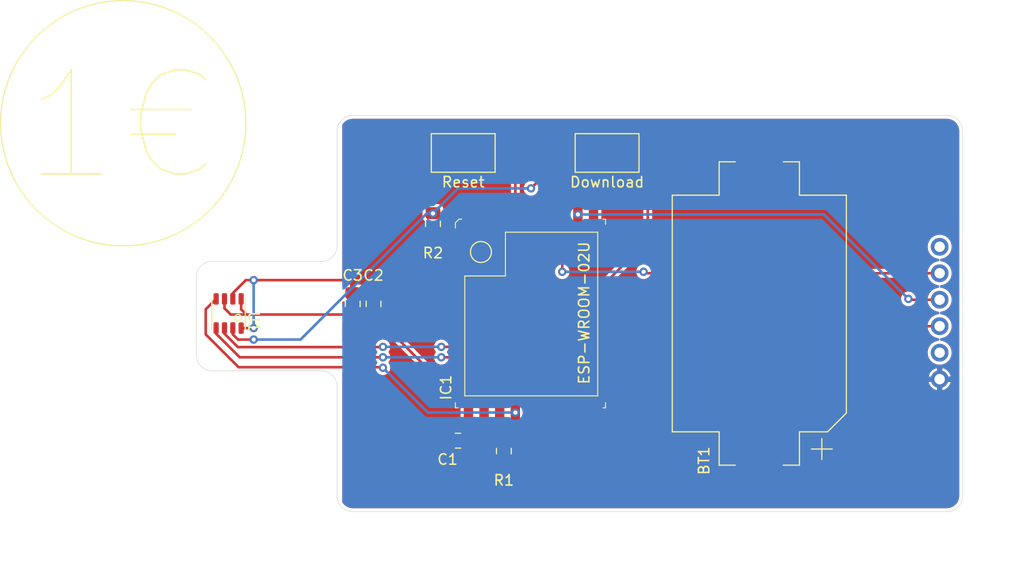
<source format=kicad_pcb>
(kicad_pcb (version 20171130) (host pcbnew "(5.1.6)-1")

  (general
    (thickness 1.6)
    (drawings 26)
    (tracks 91)
    (zones 0)
    (modules 11)
    (nets 12)
  )

  (page A4)
  (layers
    (0 F.Cu signal)
    (31 B.Cu signal)
    (32 B.Adhes user)
    (33 F.Adhes user)
    (34 B.Paste user)
    (35 F.Paste user)
    (36 B.SilkS user)
    (37 F.SilkS user)
    (38 B.Mask user)
    (39 F.Mask user)
    (40 Dwgs.User user)
    (41 Cmts.User user)
    (42 Eco1.User user)
    (43 Eco2.User user)
    (44 Edge.Cuts user)
    (45 Margin user)
    (46 B.CrtYd user)
    (47 F.CrtYd user)
    (48 B.Fab user)
    (49 F.Fab user)
  )

  (setup
    (last_trace_width 0.25)
    (trace_clearance 0.2)
    (zone_clearance 0.3)
    (zone_45_only no)
    (trace_min 0.2)
    (via_size 0.8)
    (via_drill 0.4)
    (via_min_size 0.4)
    (via_min_drill 0.3)
    (uvia_size 0.3)
    (uvia_drill 0.1)
    (uvias_allowed no)
    (uvia_min_size 0.2)
    (uvia_min_drill 0.1)
    (edge_width 0.05)
    (segment_width 0.2)
    (pcb_text_width 0.3)
    (pcb_text_size 1.5 1.5)
    (mod_edge_width 0.12)
    (mod_text_size 1 1)
    (mod_text_width 0.15)
    (pad_size 1.524 1.524)
    (pad_drill 0.762)
    (pad_to_mask_clearance 0.05)
    (aux_axis_origin 0 0)
    (visible_elements 7FFFFFFF)
    (pcbplotparams
      (layerselection 0x010fc_ffffffff)
      (usegerberextensions false)
      (usegerberattributes true)
      (usegerberadvancedattributes true)
      (creategerberjobfile true)
      (excludeedgelayer true)
      (linewidth 0.100000)
      (plotframeref false)
      (viasonmask false)
      (mode 1)
      (useauxorigin false)
      (hpglpennumber 1)
      (hpglpenspeed 20)
      (hpglpendiameter 15.000000)
      (psnegative false)
      (psa4output false)
      (plotreference true)
      (plotvalue true)
      (plotinvisibletext false)
      (padsonsilk false)
      (subtractmaskfromsilk false)
      (outputformat 1)
      (mirror false)
      (drillshape 1)
      (scaleselection 1)
      (outputdirectory ""))
  )

  (net 0 "")
  (net 1 GNDREF)
  (net 2 +3V3)
  (net 3 "Net-(IC1-Pad11)")
  (net 4 "Net-(IC1-Pad12)")
  (net 5 "Net-(IC1-Pad15)")
  (net 6 "Net-(IC1-Pad8)")
  (net 7 "Net-(IC1-Pad6)")
  (net 8 "Net-(IC1-Pad5)")
  (net 9 "Net-(IC1-Pad4)")
  (net 10 "Net-(IC1-Pad3)")
  (net 11 "Net-(IC1-Pad2)")

  (net_class Default "This is the default net class."
    (clearance 0.2)
    (trace_width 0.25)
    (via_dia 0.8)
    (via_drill 0.4)
    (uvia_dia 0.3)
    (uvia_drill 0.1)
    (add_net +3V3)
    (add_net GNDREF)
    (add_net "Net-(IC1-Pad11)")
    (add_net "Net-(IC1-Pad12)")
    (add_net "Net-(IC1-Pad15)")
    (add_net "Net-(IC1-Pad2)")
    (add_net "Net-(IC1-Pad3)")
    (add_net "Net-(IC1-Pad4)")
    (add_net "Net-(IC1-Pad5)")
    (add_net "Net-(IC1-Pad6)")
    (add_net "Net-(IC1-Pad8)")
  )

  (module Battery:BatteryHolder_Keystone_1060_1x2032 (layer F.Cu) (tedit 5B98EF5E) (tstamp 5F161552)
    (at 91.5 49 90)
    (descr http://www.keyelco.com/product-pdf.cfm?p=726)
    (tags "CR2032 BR2032 BatteryHolder Battery")
    (path /5F1B5C45)
    (attr smd)
    (fp_text reference BT1 (at -14.125 -5.3 90) (layer F.SilkS)
      (effects (font (size 1 1) (thickness 0.15)))
    )
    (fp_text value CR2032 (at 0 -11.75 90) (layer F.Fab)
      (effects (font (size 1 1) (thickness 0.15)))
    )
    (fp_circle (center 0 0) (end -10.2 0) (layer Dwgs.User) (width 0.3))
    (fp_line (start 11 8) (end -9.4 8) (layer F.Fab) (width 0.1))
    (fp_line (start 11 -8) (end -11 -8) (layer F.Fab) (width 0.1))
    (fp_line (start 11 8) (end 11 3.5) (layer F.Fab) (width 0.1))
    (fp_line (start 11 -8) (end 11 -3.5) (layer F.Fab) (width 0.1))
    (fp_line (start -11 -8) (end -11 -3.5) (layer F.Fab) (width 0.1))
    (fp_line (start -11 6.4) (end -11 3.5) (layer F.Fab) (width 0.1))
    (fp_line (start -11 3.5) (end -14.2 3.5) (layer F.Fab) (width 0.1))
    (fp_line (start -14.2 3.5) (end -14.2 -3.5) (layer F.Fab) (width 0.1))
    (fp_line (start -14.2 -3.5) (end -11 -3.5) (layer F.Fab) (width 0.1))
    (fp_line (start 11 3.5) (end 14.2 3.5) (layer F.Fab) (width 0.1))
    (fp_line (start 14.2 3.5) (end 14.2 -3.5) (layer F.Fab) (width 0.1))
    (fp_line (start 14.2 -3.5) (end 11 -3.5) (layer F.Fab) (width 0.1))
    (fp_line (start -9.4 8) (end -11 6.4) (layer F.Fab) (width 0.1))
    (fp_line (start 11.35 3.85) (end 14.55 3.85) (layer F.SilkS) (width 0.12))
    (fp_line (start 14.55 3.85) (end 14.55 2.3) (layer F.SilkS) (width 0.12))
    (fp_line (start 11.35 8.35) (end 11.35 3.85) (layer F.SilkS) (width 0.12))
    (fp_line (start 11.35 8.35) (end -9.55 8.35) (layer F.SilkS) (width 0.12))
    (fp_line (start -11.35 6.55) (end -11.35 3.85) (layer F.SilkS) (width 0.12))
    (fp_line (start -9.55 8.35) (end -11.35 6.55) (layer F.SilkS) (width 0.12))
    (fp_line (start -11.35 3.85) (end -14.55 3.85) (layer F.SilkS) (width 0.12))
    (fp_line (start -14.55 3.85) (end -14.55 2.3) (layer F.SilkS) (width 0.12))
    (fp_line (start -11.35 -3.85) (end -14.55 -3.85) (layer F.SilkS) (width 0.12))
    (fp_line (start -14.55 -3.85) (end -14.55 -2.3) (layer F.SilkS) (width 0.12))
    (fp_line (start 11.35 -3.85) (end 14.55 -3.85) (layer F.SilkS) (width 0.12))
    (fp_line (start 14.55 -3.85) (end 14.55 -2.3) (layer F.SilkS) (width 0.12))
    (fp_line (start -11.35 -8.35) (end 11.35 -8.35) (layer F.SilkS) (width 0.12))
    (fp_line (start -11.35 -8.35) (end -11.35 -3.85) (layer F.SilkS) (width 0.12))
    (fp_line (start 11.35 -8.35) (end 11.35 -3.85) (layer F.SilkS) (width 0.12))
    (fp_line (start 11.5 8.5) (end 6.5 8.5) (layer F.CrtYd) (width 0.05))
    (fp_line (start -6.5 8.5) (end -11.5 8.5) (layer F.CrtYd) (width 0.05))
    (fp_line (start -11.5 4) (end -11.5 8.5) (layer F.CrtYd) (width 0.05))
    (fp_line (start -14.7 4) (end -11.5 4) (layer F.CrtYd) (width 0.05))
    (fp_line (start -14.7 4) (end -14.7 2.3) (layer F.CrtYd) (width 0.05))
    (fp_line (start -14.7 2.3) (end -16.45 2.3) (layer F.CrtYd) (width 0.05))
    (fp_line (start -16.45 2.3) (end -16.45 -2.3) (layer F.CrtYd) (width 0.05))
    (fp_line (start -14.7 -2.3) (end -16.45 -2.3) (layer F.CrtYd) (width 0.05))
    (fp_line (start -14.7 -2.3) (end -14.7 -4) (layer F.CrtYd) (width 0.05))
    (fp_line (start -14.7 -4) (end -11.5 -4) (layer F.CrtYd) (width 0.05))
    (fp_line (start -11.5 -4) (end -11.5 -8.5) (layer F.CrtYd) (width 0.05))
    (fp_line (start -11.5 -8.5) (end -6.5 -8.5) (layer F.CrtYd) (width 0.05))
    (fp_line (start 11.5 -8.5) (end 11.5 -4) (layer F.CrtYd) (width 0.05))
    (fp_line (start 11.5 -4) (end 14.7 -4) (layer F.CrtYd) (width 0.05))
    (fp_line (start 14.7 -4) (end 14.7 -2.3) (layer F.CrtYd) (width 0.05))
    (fp_line (start 14.7 -2.3) (end 16.45 -2.3) (layer F.CrtYd) (width 0.05))
    (fp_line (start 16.45 -2.3) (end 16.45 2.3) (layer F.CrtYd) (width 0.05))
    (fp_line (start 16.45 2.3) (end 14.7 2.3) (layer F.CrtYd) (width 0.05))
    (fp_line (start 14.7 2.3) (end 14.7 4) (layer F.CrtYd) (width 0.05))
    (fp_line (start 14.7 4) (end 11.5 4) (layer F.CrtYd) (width 0.05))
    (fp_line (start 11.5 4) (end 11.5 8.5) (layer F.CrtYd) (width 0.05))
    (fp_line (start 11.5 -8.5) (end 6.5 -8.5) (layer F.CrtYd) (width 0.05))
    (fp_line (start -13 5) (end -13 7) (layer F.SilkS) (width 0.12))
    (fp_line (start -12 6) (end -14 6) (layer F.SilkS) (width 0.12))
    (fp_arc (start 0 0) (end -6.5 8.5) (angle -74.81070976) (layer F.CrtYd) (width 0.05))
    (fp_arc (start 0 0) (end 6.5 -8.5) (angle -74.81070976) (layer F.CrtYd) (width 0.05))
    (fp_text user %R (at 0 0 90) (layer F.Fab)
      (effects (font (size 1 1) (thickness 0.15)))
    )
    (pad 2 smd rect (at 14.65 0 270) (size 2.6 3.6) (layers F.Cu F.Paste F.Mask)
      (net 1 GNDREF))
    (pad 1 smd rect (at -14.65 0 270) (size 2.6 3.6) (layers F.Cu F.Paste F.Mask)
      (net 2 +3V3))
    (model ${KISYS3DMOD}/Battery.3dshapes/BatteryHolder_Keystone_1060_1x2032.wrl
      (at (xyz 0 0 0))
      (scale (xyz 1 1 1))
      (rotate (xyz 0 0 0))
    )
  )

  (module Capacitor_SMD:C_0805_2012Metric_Pad1.15x1.40mm_HandSolder (layer F.Cu) (tedit 5B36C52B) (tstamp 5F16254B)
    (at 62.6 61.2)
    (descr "Capacitor SMD 0805 (2012 Metric), square (rectangular) end terminal, IPC_7351 nominal with elongated pad for handsoldering. (Body size source: https://docs.google.com/spreadsheets/d/1BsfQQcO9C6DZCsRaXUlFlo91Tg2WpOkGARC1WS5S8t0/edit?usp=sharing), generated with kicad-footprint-generator")
    (tags "capacitor handsolder")
    (path /5F0BB8D9)
    (attr smd)
    (fp_text reference C1 (at -1 1.8) (layer F.SilkS)
      (effects (font (size 1 1) (thickness 0.15)))
    )
    (fp_text value 10uF (at 0 1.65) (layer F.Fab)
      (effects (font (size 1 1) (thickness 0.15)))
    )
    (fp_line (start -1 0.6) (end -1 -0.6) (layer F.Fab) (width 0.1))
    (fp_line (start -1 -0.6) (end 1 -0.6) (layer F.Fab) (width 0.1))
    (fp_line (start 1 -0.6) (end 1 0.6) (layer F.Fab) (width 0.1))
    (fp_line (start 1 0.6) (end -1 0.6) (layer F.Fab) (width 0.1))
    (fp_line (start -0.261252 -0.71) (end 0.261252 -0.71) (layer F.SilkS) (width 0.12))
    (fp_line (start -0.261252 0.71) (end 0.261252 0.71) (layer F.SilkS) (width 0.12))
    (fp_line (start -1.85 0.95) (end -1.85 -0.95) (layer F.CrtYd) (width 0.05))
    (fp_line (start -1.85 -0.95) (end 1.85 -0.95) (layer F.CrtYd) (width 0.05))
    (fp_line (start 1.85 -0.95) (end 1.85 0.95) (layer F.CrtYd) (width 0.05))
    (fp_line (start 1.85 0.95) (end -1.85 0.95) (layer F.CrtYd) (width 0.05))
    (fp_text user %R (at 0 0) (layer F.Fab)
      (effects (font (size 0.5 0.5) (thickness 0.08)))
    )
    (pad 1 smd roundrect (at -1.025 0) (size 1.15 1.4) (layers F.Cu F.Paste F.Mask) (roundrect_rratio 0.217391)
      (net 1 GNDREF))
    (pad 2 smd roundrect (at 1.025 0) (size 1.15 1.4) (layers F.Cu F.Paste F.Mask) (roundrect_rratio 0.217391)
      (net 2 +3V3))
    (model ${KISYS3DMOD}/Capacitor_SMD.3dshapes/C_0805_2012Metric.wrl
      (at (xyz 0 0 0))
      (scale (xyz 1 1 1))
      (rotate (xyz 0 0 0))
    )
  )

  (module GlobalParts:ESP-WROOM-02U (layer F.Cu) (tedit 5F08670F) (tstamp 5F1626B7)
    (at 69.6 49.6 90)
    (descr "LGA-10, http://ams.com/eng/content/download/951091/2269479/471718")
    (tags "lga land grid array")
    (path /5F078ED2)
    (attr smd)
    (fp_text reference IC1 (at -6.5 -8.15 90) (layer F.SilkS)
      (effects (font (size 1 1) (thickness 0.15)))
    )
    (fp_text value ESP-WROOM-02U__4MB_ (at 0.65 5.5 90) (layer F.Fab)
      (effects (font (size 1 1) (thickness 0.15)))
    )
    (fp_text user %R (at -0.4 -1.3 90) (layer F.Fab)
      (effects (font (size 0.5 0.5) (thickness 0.05)))
    )
    (fp_text user ESP-WROOM-02U (at 0.65 5.1 90) (layer F.SilkS)
      (effects (font (size 1 1) (thickness 0.15)))
    )
    (fp_circle (center 6.5 -4.8) (end 6.6 -5.8) (layer F.SilkS) (width 0.12))
    (fp_line (start 8.4 -2.45) (end 4.2 -2.45) (layer F.SilkS) (width 0.1))
    (fp_line (start 4.2 -6.35) (end 4.2 -2.45) (layer F.SilkS) (width 0.1))
    (fp_line (start 8.4 6.4) (end 8.4 -2.45) (layer F.SilkS) (width 0.1))
    (fp_line (start -7.3 -6.35) (end 4.2 -6.35) (layer F.SilkS) (width 0.1))
    (fp_line (start -7.3 6.4) (end -7.3 -6.35) (layer F.SilkS) (width 0.1))
    (fp_line (start -7.3 6.4) (end 8.4 6.4) (layer F.SilkS) (width 0.1))
    (fp_line (start 11 -7.4) (end 11 7.3) (layer F.CrtYd) (width 0.05))
    (fp_line (start 11 7.3) (end -9.8 7.3) (layer F.CrtYd) (width 0.05))
    (fp_line (start -9.8 7.3) (end -9.8 -7.4) (layer F.CrtYd) (width 0.05))
    (fp_line (start -9.8 -7.4) (end 11 -7.4) (layer F.CrtYd) (width 0.05))
    (fp_line (start 9.6 -6.9) (end 9.6 7.1) (layer F.Fab) (width 0.1))
    (fp_line (start 9.6 7.1) (end -8.4 7.1) (layer F.Fab) (width 0.1))
    (fp_line (start -8.4 7.1) (end -8.4 -7.2) (layer F.Fab) (width 0.1))
    (fp_line (start 9.6 -6.9) (end 9.3 -7.2) (layer F.Fab) (width 0.1))
    (fp_line (start -8.4 -7.2) (end 9.3 -7.2) (layer F.Fab) (width 0.1))
    (fp_line (start 8.8 -7.25) (end 9.3 -7.25) (layer F.SilkS) (width 0.1))
    (fp_line (start 9.15 7.15) (end 9.65 7.15) (layer F.SilkS) (width 0.1))
    (fp_line (start 9.65 6.9) (end 9.65 7.15) (layer F.SilkS) (width 0.1))
    (fp_line (start -8.45 -7.25) (end -8.45 -7) (layer F.SilkS) (width 0.1))
    (fp_line (start 9.3 -7.25) (end 9.65 -6.9) (layer F.SilkS) (width 0.1))
    (fp_line (start 9.65 -6.9) (end 9.65 -6.65) (layer F.SilkS) (width 0.1))
    (fp_line (start -8.45 -7.25) (end -7.95 -7.25) (layer F.SilkS) (width 0.1))
    (fp_line (start -8.45 7.15) (end -7.95 7.15) (layer F.SilkS) (width 0.1))
    (fp_line (start -8.45 6.9) (end -8.45 7.15) (layer F.SilkS) (width 0.1))
    (pad 19 smd rect (at 0.95 1.8 90) (size 4 4) (layers F.Cu F.Paste F.Mask)
      (net 1 GNDREF))
    (pad 1 smd rect (at -8.9 -6 90) (size 1.5 0.9) (layers F.Cu F.Paste F.Mask)
      (net 2 +3V3))
    (pad 2 smd rect (at -8.9 -4.5 90) (size 1.5 0.9) (layers F.Cu F.Paste F.Mask)
      (net 11 "Net-(IC1-Pad2)"))
    (pad 3 smd rect (at -8.9 -3 90) (size 1.5 0.9) (layers F.Cu F.Paste F.Mask)
      (net 10 "Net-(IC1-Pad3)"))
    (pad 4 smd rect (at -8.9 -1.5 90) (size 1.5 0.9) (layers F.Cu F.Paste F.Mask)
      (net 9 "Net-(IC1-Pad4)"))
    (pad 5 smd rect (at -8.9 0 90) (size 1.5 0.9) (layers F.Cu F.Paste F.Mask)
      (net 8 "Net-(IC1-Pad5)"))
    (pad 6 smd rect (at -8.9 1.5 90) (size 1.5 0.9) (layers F.Cu F.Paste F.Mask)
      (net 7 "Net-(IC1-Pad6)"))
    (pad 7 smd rect (at -8.9 3 90) (size 1.5 0.9) (layers F.Cu F.Paste F.Mask))
    (pad 8 smd rect (at -8.9 4.5 90) (size 1.5 0.9) (layers F.Cu F.Paste F.Mask)
      (net 6 "Net-(IC1-Pad8)"))
    (pad 9 smd rect (at -8.9 6 90) (size 1.5 0.9) (layers F.Cu F.Paste F.Mask)
      (net 1 GNDREF))
    (pad 18 smd rect (at 10.1 -6 90) (size 1.5 0.9) (layers F.Cu F.Paste F.Mask)
      (net 1 GNDREF))
    (pad 17 smd rect (at 10.1 -4.5 90) (size 1.5 0.9) (layers F.Cu F.Paste F.Mask))
    (pad 16 smd rect (at 10.1 -3 90) (size 1.5 0.9) (layers F.Cu F.Paste F.Mask))
    (pad 15 smd rect (at 10.1 -1.5 90) (size 1.5 0.9) (layers F.Cu F.Paste F.Mask)
      (net 5 "Net-(IC1-Pad15)"))
    (pad 10 smd rect (at 10.1 6 90) (size 1.5 0.9) (layers F.Cu F.Paste F.Mask))
    (pad 13 smd rect (at 10.1 1.5 90) (size 1.5 0.9) (layers F.Cu F.Paste F.Mask)
      (net 1 GNDREF))
    (pad 14 smd rect (at 10.1 0 90) (size 1.5 0.9) (layers F.Cu F.Paste F.Mask))
    (pad 12 smd rect (at 10.1 3 90) (size 1.5 0.9) (layers F.Cu F.Paste F.Mask)
      (net 4 "Net-(IC1-Pad12)"))
    (pad 11 smd rect (at 10.1 4.5 90) (size 1.5 0.9) (layers F.Cu F.Paste F.Mask)
      (net 3 "Net-(IC1-Pad11)"))
    (model ${KISYS3DMOD}/Package_LGA.3dshapes/AMS_LGA-10-1EP_2.7x4mm_P0.6mm.wrl
      (at (xyz 0 0 0))
      (scale (xyz 1 1 1))
      (rotate (xyz 0 0 0))
    )
  )

  (module GlobalParts:PinHeader_1x06_P2.54mm_Vertical (layer F.Cu) (tedit 5F1483B9) (tstamp 5F161958)
    (at 108.8 42.6)
    (descr "Through hole straight pin header, 1x09, 2.54mm pitch, single row")
    (tags "Through hole pin header THT 1x09 2.54mm single row")
    (path /5F09230F)
    (fp_text reference J1 (at 0 -2.33) (layer F.SilkS) hide
      (effects (font (size 1 1) (thickness 0.15)))
    )
    (fp_text value UART (at 0 15.03) (layer F.Fab)
      (effects (font (size 1 1) (thickness 0.15)))
    )
    (fp_line (start -1.275 -1.27) (end 1.27 -1.27) (layer F.Fab) (width 0.1))
    (fp_line (start 1.27 -1.27) (end 1.27 13.97) (layer F.Fab) (width 0.1))
    (fp_line (start 1.27 13.97) (end -1.27 13.97) (layer F.Fab) (width 0.1))
    (fp_line (start -1.275 13.97) (end -1.275 -1.27) (layer F.Fab) (width 0.1))
    (fp_line (start -1.3 -1.3) (end -1.3 14.005) (layer F.CrtYd) (width 0.05))
    (fp_line (start -1.3 14.005) (end 1.3 14.005) (layer F.CrtYd) (width 0.05))
    (fp_line (start 1.3 14.005) (end 1.3 -1.3) (layer F.CrtYd) (width 0.05))
    (fp_line (start 1.3 -1.3) (end -1.3 -1.3) (layer F.CrtYd) (width 0.05))
    (fp_text user %R (at 0 10.16 90) (layer F.Fab)
      (effects (font (size 1 1) (thickness 0.15)))
    )
    (pad 2 thru_hole oval (at 0 2.54) (size 1.7 1.7) (drill 1) (layers *.Cu *.Mask)
      (net 4 "Net-(IC1-Pad12)"))
    (pad 3 thru_hole oval (at 0 5.08) (size 1.7 1.7) (drill 1) (layers *.Cu *.Mask)
      (net 3 "Net-(IC1-Pad11)"))
    (pad 4 thru_hole oval (at 0 7.62) (size 1.7 1.7) (drill 1) (layers *.Cu *.Mask)
      (net 2 +3V3))
    (pad 5 thru_hole oval (at 0 10.16) (size 1.7 1.7) (drill 1) (layers *.Cu *.Mask))
    (pad 6 thru_hole oval (at 0 12.7) (size 1.7 1.7) (drill 1) (layers *.Cu *.Mask)
      (net 1 GNDREF))
    (pad 1 thru_hole oval (at 0 0) (size 1.7 1.7) (drill 1) (layers *.Cu *.Mask))
    (model ${KISYS3DMOD}/Connector_PinHeader_2.54mm.3dshapes/PinHeader_1x06_P2.54mm_Vertical.wrl
      (at (xyz 0 0 0))
      (scale (xyz 1 1 1))
      (rotate (xyz 0 0 0))
    )
  )

  (module Resistor_SMD:R_0805_2012Metric_Pad1.15x1.40mm_HandSolder (layer F.Cu) (tedit 5B36C52B) (tstamp 5F150BD6)
    (at 67 62.2 90)
    (descr "Resistor SMD 0805 (2012 Metric), square (rectangular) end terminal, IPC_7351 nominal with elongated pad for handsoldering. (Body size source: https://docs.google.com/spreadsheets/d/1BsfQQcO9C6DZCsRaXUlFlo91Tg2WpOkGARC1WS5S8t0/edit?usp=sharing), generated with kicad-footprint-generator")
    (tags "resistor handsolder")
    (path /5F09F23A)
    (attr smd)
    (fp_text reference R1 (at -2.8 0 180) (layer F.SilkS)
      (effects (font (size 1 1) (thickness 0.15)))
    )
    (fp_text value "10K PullUp" (at 0 1.65 90) (layer F.Fab)
      (effects (font (size 1 1) (thickness 0.15)))
    )
    (fp_line (start -1 0.6) (end -1 -0.6) (layer F.Fab) (width 0.1))
    (fp_line (start -1 -0.6) (end 1 -0.6) (layer F.Fab) (width 0.1))
    (fp_line (start 1 -0.6) (end 1 0.6) (layer F.Fab) (width 0.1))
    (fp_line (start 1 0.6) (end -1 0.6) (layer F.Fab) (width 0.1))
    (fp_line (start -0.261252 -0.71) (end 0.261252 -0.71) (layer F.SilkS) (width 0.12))
    (fp_line (start -0.261252 0.71) (end 0.261252 0.71) (layer F.SilkS) (width 0.12))
    (fp_line (start -1.85 0.95) (end -1.85 -0.95) (layer F.CrtYd) (width 0.05))
    (fp_line (start -1.85 -0.95) (end 1.85 -0.95) (layer F.CrtYd) (width 0.05))
    (fp_line (start 1.85 -0.95) (end 1.85 0.95) (layer F.CrtYd) (width 0.05))
    (fp_line (start 1.85 0.95) (end -1.85 0.95) (layer F.CrtYd) (width 0.05))
    (fp_text user %R (at 0 0 90) (layer F.Fab)
      (effects (font (size 0.5 0.5) (thickness 0.08)))
    )
    (pad 1 smd roundrect (at -1.025 0 90) (size 1.15 1.4) (layers F.Cu F.Paste F.Mask) (roundrect_rratio 0.217391)
      (net 2 +3V3))
    (pad 2 smd roundrect (at 1.025 0 90) (size 1.15 1.4) (layers F.Cu F.Paste F.Mask) (roundrect_rratio 0.217391)
      (net 11 "Net-(IC1-Pad2)"))
    (model ${KISYS3DMOD}/Resistor_SMD.3dshapes/R_0805_2012Metric.wrl
      (at (xyz 0 0 0))
      (scale (xyz 1 1 1))
      (rotate (xyz 0 0 0))
    )
  )

  (module Resistor_SMD:R_0805_2012Metric_Pad1.15x1.40mm_HandSolder (layer F.Cu) (tedit 5B36C52B) (tstamp 5F150BE7)
    (at 60.2 40.4 90)
    (descr "Resistor SMD 0805 (2012 Metric), square (rectangular) end terminal, IPC_7351 nominal with elongated pad for handsoldering. (Body size source: https://docs.google.com/spreadsheets/d/1BsfQQcO9C6DZCsRaXUlFlo91Tg2WpOkGARC1WS5S8t0/edit?usp=sharing), generated with kicad-footprint-generator")
    (tags "resistor handsolder")
    (path /5F128FC4)
    (attr smd)
    (fp_text reference R2 (at -2.8 0 180) (layer F.SilkS)
      (effects (font (size 1 1) (thickness 0.15)))
    )
    (fp_text value "10K PullDown" (at 0 1.65 90) (layer F.Fab)
      (effects (font (size 1 1) (thickness 0.15)))
    )
    (fp_line (start 1.85 0.95) (end -1.85 0.95) (layer F.CrtYd) (width 0.05))
    (fp_line (start 1.85 -0.95) (end 1.85 0.95) (layer F.CrtYd) (width 0.05))
    (fp_line (start -1.85 -0.95) (end 1.85 -0.95) (layer F.CrtYd) (width 0.05))
    (fp_line (start -1.85 0.95) (end -1.85 -0.95) (layer F.CrtYd) (width 0.05))
    (fp_line (start -0.261252 0.71) (end 0.261252 0.71) (layer F.SilkS) (width 0.12))
    (fp_line (start -0.261252 -0.71) (end 0.261252 -0.71) (layer F.SilkS) (width 0.12))
    (fp_line (start 1 0.6) (end -1 0.6) (layer F.Fab) (width 0.1))
    (fp_line (start 1 -0.6) (end 1 0.6) (layer F.Fab) (width 0.1))
    (fp_line (start -1 -0.6) (end 1 -0.6) (layer F.Fab) (width 0.1))
    (fp_line (start -1 0.6) (end -1 -0.6) (layer F.Fab) (width 0.1))
    (fp_text user %R (at 0 0 90) (layer F.Fab)
      (effects (font (size 0.5 0.5) (thickness 0.08)))
    )
    (pad 2 smd roundrect (at 1.025 0 90) (size 1.15 1.4) (layers F.Cu F.Paste F.Mask) (roundrect_rratio 0.217391)
      (net 7 "Net-(IC1-Pad6)"))
    (pad 1 smd roundrect (at -1.025 0 90) (size 1.15 1.4) (layers F.Cu F.Paste F.Mask) (roundrect_rratio 0.217391)
      (net 1 GNDREF))
    (model ${KISYS3DMOD}/Resistor_SMD.3dshapes/R_0805_2012Metric.wrl
      (at (xyz 0 0 0))
      (scale (xyz 1 1 1))
      (rotate (xyz 0 0 0))
    )
  )

  (module Button_Switch_SMD:SW_SPST_CK_RS282G05A3 (layer F.Cu) (tedit 5A7A67D2) (tstamp 5F163F72)
    (at 63.1 33.6)
    (descr https://www.mouser.com/ds/2/60/RS-282G05A-SM_RT-1159762.pdf)
    (tags "SPST button tactile switch")
    (path /5F133C81)
    (attr smd)
    (fp_text reference Reset (at 0 2.8) (layer F.SilkS)
      (effects (font (size 1 1) (thickness 0.15)))
    )
    (fp_text value ResetBtn (at 0 3) (layer F.Fab)
      (effects (font (size 1 1) (thickness 0.15)))
    )
    (fp_line (start -4.9 2.05) (end -4.9 -2.05) (layer F.CrtYd) (width 0.05))
    (fp_line (start 4.9 2.05) (end -4.9 2.05) (layer F.CrtYd) (width 0.05))
    (fp_line (start 4.9 -2.05) (end 4.9 2.05) (layer F.CrtYd) (width 0.05))
    (fp_line (start -4.9 -2.05) (end 4.9 -2.05) (layer F.CrtYd) (width 0.05))
    (fp_line (start -1.75 -1) (end 1.75 -1) (layer F.Fab) (width 0.1))
    (fp_line (start 1.75 -1) (end 1.75 1) (layer F.Fab) (width 0.1))
    (fp_line (start 1.75 1) (end -1.75 1) (layer F.Fab) (width 0.1))
    (fp_line (start -1.75 1) (end -1.75 -1) (layer F.Fab) (width 0.1))
    (fp_line (start -3.06 -1.85) (end 3.06 -1.85) (layer F.SilkS) (width 0.12))
    (fp_line (start 3.06 -1.85) (end 3.06 1.85) (layer F.SilkS) (width 0.12))
    (fp_line (start 3.06 1.85) (end -3.06 1.85) (layer F.SilkS) (width 0.12))
    (fp_line (start -3.06 1.85) (end -3.06 -1.85) (layer F.SilkS) (width 0.12))
    (fp_line (start -1.5 0.8) (end 1.5 0.8) (layer F.Fab) (width 0.1))
    (fp_line (start -1.5 -0.8) (end 1.5 -0.8) (layer F.Fab) (width 0.1))
    (fp_line (start 1.5 -0.8) (end 1.5 0.8) (layer F.Fab) (width 0.1))
    (fp_line (start -1.5 -0.8) (end -1.5 0.8) (layer F.Fab) (width 0.1))
    (fp_line (start -3 1.8) (end 3 1.8) (layer F.Fab) (width 0.1))
    (fp_line (start -3 -1.8) (end 3 -1.8) (layer F.Fab) (width 0.1))
    (fp_line (start -3 -1.8) (end -3 1.8) (layer F.Fab) (width 0.1))
    (fp_line (start 3 -1.8) (end 3 1.8) (layer F.Fab) (width 0.1))
    (fp_text user %R (at 0 -2.6) (layer F.Fab)
      (effects (font (size 1 1) (thickness 0.15)))
    )
    (pad 1 smd rect (at -3.9 0) (size 1.5 1.5) (layers F.Cu F.Paste F.Mask)
      (net 7 "Net-(IC1-Pad6)"))
    (pad 2 smd rect (at 3.9 0) (size 1.5 1.5) (layers F.Cu F.Paste F.Mask)
      (net 5 "Net-(IC1-Pad15)"))
    (model ${KISYS3DMOD}/Button_Switch_SMD.3dshapes/SW_SPST_CK_RS282G05A3.wrl
      (at (xyz 0 0 0))
      (scale (xyz 1 1 1))
      (rotate (xyz 0 0 0))
    )
  )

  (module Button_Switch_SMD:SW_SPST_CK_RS282G05A3 (layer F.Cu) (tedit 5A7A67D2) (tstamp 5F163F24)
    (at 76.9 33.6 180)
    (descr https://www.mouser.com/ds/2/60/RS-282G05A-SM_RT-1159762.pdf)
    (tags "SPST button tactile switch")
    (path /5F1284E1)
    (attr smd)
    (fp_text reference Download (at 0 -2.8) (layer F.SilkS)
      (effects (font (size 1 1) (thickness 0.15)))
    )
    (fp_text value DownloadBtn (at 0 3) (layer F.Fab)
      (effects (font (size 1 1) (thickness 0.15)))
    )
    (fp_line (start -4.9 2.05) (end -4.9 -2.05) (layer F.CrtYd) (width 0.05))
    (fp_line (start 4.9 2.05) (end -4.9 2.05) (layer F.CrtYd) (width 0.05))
    (fp_line (start 4.9 -2.05) (end 4.9 2.05) (layer F.CrtYd) (width 0.05))
    (fp_line (start -4.9 -2.05) (end 4.9 -2.05) (layer F.CrtYd) (width 0.05))
    (fp_line (start -1.75 -1) (end 1.75 -1) (layer F.Fab) (width 0.1))
    (fp_line (start 1.75 -1) (end 1.75 1) (layer F.Fab) (width 0.1))
    (fp_line (start 1.75 1) (end -1.75 1) (layer F.Fab) (width 0.1))
    (fp_line (start -1.75 1) (end -1.75 -1) (layer F.Fab) (width 0.1))
    (fp_line (start -3.06 -1.85) (end 3.06 -1.85) (layer F.SilkS) (width 0.12))
    (fp_line (start 3.06 -1.85) (end 3.06 1.85) (layer F.SilkS) (width 0.12))
    (fp_line (start 3.06 1.85) (end -3.06 1.85) (layer F.SilkS) (width 0.12))
    (fp_line (start -3.06 1.85) (end -3.06 -1.85) (layer F.SilkS) (width 0.12))
    (fp_line (start -1.5 0.8) (end 1.5 0.8) (layer F.Fab) (width 0.1))
    (fp_line (start -1.5 -0.8) (end 1.5 -0.8) (layer F.Fab) (width 0.1))
    (fp_line (start 1.5 -0.8) (end 1.5 0.8) (layer F.Fab) (width 0.1))
    (fp_line (start -1.5 -0.8) (end -1.5 0.8) (layer F.Fab) (width 0.1))
    (fp_line (start -3 1.8) (end 3 1.8) (layer F.Fab) (width 0.1))
    (fp_line (start -3 -1.8) (end 3 -1.8) (layer F.Fab) (width 0.1))
    (fp_line (start -3 -1.8) (end -3 1.8) (layer F.Fab) (width 0.1))
    (fp_line (start 3 -1.8) (end 3 1.8) (layer F.Fab) (width 0.1))
    (fp_text user %R (at 0 -2.6) (layer F.Fab)
      (effects (font (size 1 1) (thickness 0.15)))
    )
    (pad 1 smd rect (at -3.9 0 180) (size 1.5 1.5) (layers F.Cu F.Paste F.Mask)
      (net 6 "Net-(IC1-Pad8)"))
    (pad 2 smd rect (at 3.9 0 180) (size 1.5 1.5) (layers F.Cu F.Paste F.Mask)
      (net 7 "Net-(IC1-Pad6)"))
    (model ${KISYS3DMOD}/Button_Switch_SMD.3dshapes/SW_SPST_CK_RS282G05A3.wrl
      (at (xyz 0 0 0))
      (scale (xyz 1 1 1))
      (rotate (xyz 0 0 0))
    )
  )

  (module GlobalParts:Bosch_LGA-8_3x3mm_P0.8mm_ClockwisePinNumbering (layer F.Cu) (tedit 5F14829F) (tstamp 5F1619C5)
    (at 40.6 49 270)
    (descr "Bosch  LGA, 8 Pin (https://ae-bst.resource.bosch.com/media/_tech/media/datasheets/BST-BME680-DS001-00.pdf#page=44), generated with kicad-footprint-generator ipc_noLead_generator.py")
    (tags "Bosch LGA NoLead")
    (path /5F1C2FB1)
    (attr smd)
    (fp_text reference U1 (at 0.8 -2.4 270 unlocked) (layer F.SilkS)
      (effects (font (size 1 1) (thickness 0.15)))
    )
    (fp_text value BME680 (at 0 2.45 90) (layer F.Fab)
      (effects (font (size 1 1) (thickness 0.15)))
    )
    (fp_circle (center 0.4 -0.9) (end 0.1 -0.8) (layer F.SilkS) (width 0.12))
    (fp_line (start 1.5 -1.6) (end -1.5 -1.6) (layer F.SilkS) (width 0.12))
    (fp_line (start 1.5 1.61) (end -1.5 1.61) (layer F.SilkS) (width 0.12))
    (fp_line (start 1.5 -0.75) (end 1.5 1.5) (layer F.Fab) (width 0.1))
    (fp_line (start 1.5 1.5) (end -1.5 1.5) (layer F.Fab) (width 0.1))
    (fp_line (start -1.5 1.5) (end -1.5 -1.5) (layer F.Fab) (width 0.1))
    (fp_line (start -1.5 -1.5) (end 0.75 -1.5) (layer F.Fab) (width 0.1))
    (fp_line (start 0.75 -1.5) (end 1.5 -0.75) (layer F.Fab) (width 0.1))
    (fp_line (start 1.75 -1.75) (end -1.75 -1.75) (layer F.CrtYd) (width 0.05))
    (fp_line (start -1.75 -1.75) (end -1.75 1.75) (layer F.CrtYd) (width 0.05))
    (fp_line (start -1.75 1.75) (end 1.75 1.75) (layer F.CrtYd) (width 0.05))
    (fp_line (start 1.75 1.75) (end 1.75 -1.75) (layer F.CrtYd) (width 0.05))
    (fp_text user %R (at 0 0 180) (layer F.Fab)
      (effects (font (size 0.75 0.75) (thickness 0.11)))
    )
    (pad 8 smd roundrect (at -1.4 -1.2 180) (size 0.5 1.1) (layers F.Cu F.Paste F.Mask) (roundrect_rratio 0.25)
      (net 2 +3V3))
    (pad 7 smd roundrect (at -1.4 -0.4 180) (size 0.5 1.1) (layers F.Cu F.Paste F.Mask) (roundrect_rratio 0.25)
      (net 1 GNDREF))
    (pad 6 smd roundrect (at -1.4 0.4 180) (size 0.5 1.1) (layers F.Cu F.Paste F.Mask) (roundrect_rratio 0.25)
      (net 2 +3V3))
    (pad 5 smd roundrect (at -1.4 1.2 180) (size 0.5 1.1) (layers F.Cu F.Paste F.Mask) (roundrect_rratio 0.25)
      (net 9 "Net-(IC1-Pad4)"))
    (pad 4 smd roundrect (at 1.3875 1.2 180) (size 0.5 1.1) (layers F.Cu F.Paste F.Mask) (roundrect_rratio 0.25)
      (net 10 "Net-(IC1-Pad3)"))
    (pad 3 smd roundrect (at 1.3875 0.4 180) (size 0.5 1.1) (layers F.Cu F.Paste F.Mask) (roundrect_rratio 0.25)
      (net 8 "Net-(IC1-Pad5)"))
    (pad 2 smd roundrect (at 1.3875 -0.4 180) (size 0.5 1.1) (layers F.Cu F.Paste F.Mask) (roundrect_rratio 0.25)
      (net 7 "Net-(IC1-Pad6)"))
    (pad 1 smd roundrect (at 1.4 -1.2 180) (size 0.5 1.1) (layers F.Cu F.Paste F.Mask) (roundrect_rratio 0.25)
      (net 1 GNDREF))
    (model ${KISYS3DMOD}/Package_LGA.3dshapes/Bosch_LGA-8_3x3mm_P0.8mm_ClockwisePinNumbering.wrl
      (at (xyz 0 0 0))
      (scale (xyz 1 1 1))
      (rotate (xyz 0 0 90))
    )
  )

  (module Capacitor_SMD:C_0805_2012Metric_Pad1.15x1.40mm_HandSolder (layer F.Cu) (tedit 5B36C52B) (tstamp 5F161C8D)
    (at 54.5 48.075 90)
    (descr "Capacitor SMD 0805 (2012 Metric), square (rectangular) end terminal, IPC_7351 nominal with elongated pad for handsoldering. (Body size source: https://docs.google.com/spreadsheets/d/1BsfQQcO9C6DZCsRaXUlFlo91Tg2WpOkGARC1WS5S8t0/edit?usp=sharing), generated with kicad-footprint-generator")
    (tags "capacitor handsolder")
    (path /5F1D9867)
    (attr smd)
    (fp_text reference C2 (at 2.731 0 180) (layer F.SilkS)
      (effects (font (size 1 1) (thickness 0.15)))
    )
    (fp_text value 10uF (at 0 1.65 90) (layer F.Fab)
      (effects (font (size 1 1) (thickness 0.15)))
    )
    (fp_line (start 1.85 0.95) (end -1.85 0.95) (layer F.CrtYd) (width 0.05))
    (fp_line (start 1.85 -0.95) (end 1.85 0.95) (layer F.CrtYd) (width 0.05))
    (fp_line (start -1.85 -0.95) (end 1.85 -0.95) (layer F.CrtYd) (width 0.05))
    (fp_line (start -1.85 0.95) (end -1.85 -0.95) (layer F.CrtYd) (width 0.05))
    (fp_line (start -0.261252 0.71) (end 0.261252 0.71) (layer F.SilkS) (width 0.12))
    (fp_line (start -0.261252 -0.71) (end 0.261252 -0.71) (layer F.SilkS) (width 0.12))
    (fp_line (start 1 0.6) (end -1 0.6) (layer F.Fab) (width 0.1))
    (fp_line (start 1 -0.6) (end 1 0.6) (layer F.Fab) (width 0.1))
    (fp_line (start -1 -0.6) (end 1 -0.6) (layer F.Fab) (width 0.1))
    (fp_line (start -1 0.6) (end -1 -0.6) (layer F.Fab) (width 0.1))
    (fp_text user %R (at 0 0 90) (layer F.Fab)
      (effects (font (size 0.5 0.5) (thickness 0.08)))
    )
    (pad 2 smd roundrect (at 1.025 0 90) (size 1.15 1.4) (layers F.Cu F.Paste F.Mask) (roundrect_rratio 0.217391)
      (net 1 GNDREF))
    (pad 1 smd roundrect (at -1.025 0 90) (size 1.15 1.4) (layers F.Cu F.Paste F.Mask) (roundrect_rratio 0.217391)
      (net 2 +3V3))
    (model ${KISYS3DMOD}/Capacitor_SMD.3dshapes/C_0805_2012Metric.wrl
      (at (xyz 0 0 0))
      (scale (xyz 1 1 1))
      (rotate (xyz 0 0 0))
    )
  )

  (module Capacitor_SMD:C_0805_2012Metric_Pad1.15x1.40mm_HandSolder (layer F.Cu) (tedit 5B36C52B) (tstamp 5F16075C)
    (at 52.5 48.075 270)
    (descr "Capacitor SMD 0805 (2012 Metric), square (rectangular) end terminal, IPC_7351 nominal with elongated pad for handsoldering. (Body size source: https://docs.google.com/spreadsheets/d/1BsfQQcO9C6DZCsRaXUlFlo91Tg2WpOkGARC1WS5S8t0/edit?usp=sharing), generated with kicad-footprint-generator")
    (tags "capacitor handsolder")
    (path /5F1D90CC)
    (attr smd)
    (fp_text reference C3 (at -2.731 0 180) (layer F.SilkS)
      (effects (font (size 1 1) (thickness 0.15)))
    )
    (fp_text value 10uF (at 0 1.65 90) (layer F.Fab)
      (effects (font (size 1 1) (thickness 0.15)))
    )
    (fp_line (start -1 0.6) (end -1 -0.6) (layer F.Fab) (width 0.1))
    (fp_line (start -1 -0.6) (end 1 -0.6) (layer F.Fab) (width 0.1))
    (fp_line (start 1 -0.6) (end 1 0.6) (layer F.Fab) (width 0.1))
    (fp_line (start 1 0.6) (end -1 0.6) (layer F.Fab) (width 0.1))
    (fp_line (start -0.261252 -0.71) (end 0.261252 -0.71) (layer F.SilkS) (width 0.12))
    (fp_line (start -0.261252 0.71) (end 0.261252 0.71) (layer F.SilkS) (width 0.12))
    (fp_line (start -1.85 0.95) (end -1.85 -0.95) (layer F.CrtYd) (width 0.05))
    (fp_line (start -1.85 -0.95) (end 1.85 -0.95) (layer F.CrtYd) (width 0.05))
    (fp_line (start 1.85 -0.95) (end 1.85 0.95) (layer F.CrtYd) (width 0.05))
    (fp_line (start 1.85 0.95) (end -1.85 0.95) (layer F.CrtYd) (width 0.05))
    (fp_text user %R (at 0 0 90) (layer F.Fab)
      (effects (font (size 0.5 0.5) (thickness 0.08)))
    )
    (pad 1 smd roundrect (at -1.025 0 270) (size 1.15 1.4) (layers F.Cu F.Paste F.Mask) (roundrect_rratio 0.217391)
      (net 1 GNDREF))
    (pad 2 smd roundrect (at 1.025 0 270) (size 1.15 1.4) (layers F.Cu F.Paste F.Mask) (roundrect_rratio 0.217391)
      (net 2 +3V3))
    (model ${KISYS3DMOD}/Capacitor_SMD.3dshapes/C_0805_2012Metric.wrl
      (at (xyz 0 0 0))
      (scale (xyz 1 1 1))
      (rotate (xyz 0 0 0))
    )
  )

  (gr_arc (start 52.5 66.5) (end 51 66.5) (angle -90) (layer Edge.Cuts) (width 0.05))
  (gr_arc (start 52.5 31.5) (end 52.5 30) (angle -90) (layer Edge.Cuts) (width 0.05))
  (gr_arc (start 109.5 66.5) (end 109.5 68) (angle -90) (layer Edge.Cuts) (width 0.05))
  (gr_arc (start 109.5 31.5) (end 111 31.5) (angle -90) (layer Edge.Cuts) (width 0.05))
  (gr_arc (start 49.5 56) (end 51 56) (angle -90) (layer Edge.Cuts) (width 0.05))
  (gr_arc (start 49.5 42.5) (end 49.5 44) (angle -90) (layer Edge.Cuts) (width 0.05))
  (gr_arc (start 39 53) (end 37.5 53) (angle -90) (layer Edge.Cuts) (width 0.05))
  (gr_arc (start 39 45.5) (end 39 44) (angle -90) (layer Edge.Cuts) (width 0.05))
  (gr_line (start 51 31.5) (end 51 42.5) (layer Edge.Cuts) (width 0.05) (tstamp 5F161689))
  (gr_line (start 39 54.5) (end 49.5 54.5) (layer Edge.Cuts) (width 0.05))
  (gr_line (start 37.5 45.5) (end 37.5 53) (layer Edge.Cuts) (width 0.05))
  (gr_line (start 49.5 44) (end 39 44) (layer Edge.Cuts) (width 0.05))
  (gr_line (start 111 66.5) (end 111 31.5) (layer Edge.Cuts) (width 0.05) (tstamp 5F161630))
  (gr_line (start 52.5 68) (end 109.5 68) (layer Edge.Cuts) (width 0.05))
  (gr_line (start 51 56) (end 51 66.5) (layer Edge.Cuts) (width 0.05))
  (gr_line (start 109.5 30) (end 52.5 30) (layer Edge.Cuts) (width 0.05))
  (gr_circle (center 114 27) (end 116 27) (layer Dwgs.User) (width 1.8) (tstamp 5F161498))
  (gr_circle (center 114 71) (end 116 71) (layer Dwgs.User) (width 1.8) (tstamp 5F161496))
  (gr_circle (center 48 71) (end 50 71) (layer Dwgs.User) (width 1.8) (tstamp 5F161494))
  (gr_circle (center 48 27) (end 50 27) (layer Dwgs.User) (width 1.8))
  (gr_line (start 46 73) (end 46 25) (layer Dwgs.User) (width 1.8) (tstamp 5F16147B))
  (gr_line (start 116 73) (end 46 73) (layer Dwgs.User) (width 1.8))
  (gr_line (start 116 25) (end 116 73) (layer Dwgs.User) (width 1.8))
  (gr_line (start 46 25) (end 116 25) (layer Dwgs.User) (width 1.8))
  (gr_text 1€ (at 30.5 31) (layer F.SilkS) (tstamp 5F164028)
    (effects (font (size 10 10) (thickness 0.15)))
  )
  (gr_circle (center 30.489367 30.75) (end 42.239367 30.25) (layer F.SilkS) (width 0.12) (tstamp 5F16093F))

  (via (at 43 50.4) (size 0.8) (drill 0.4) (layers F.Cu B.Cu) (net 1))
  (segment (start 41.8 50.4) (end 43 50.4) (width 0.25) (layer F.Cu) (net 1))
  (segment (start 43 45.8) (end 51.8 45.8) (width 0.25) (layer F.Cu) (net 1))
  (segment (start 43 45.8) (end 42.25 45.8) (width 0.25) (layer F.Cu) (net 1))
  (segment (start 41 47.05) (end 41 47.6) (width 0.25) (layer F.Cu) (net 1))
  (via (at 43 45.8) (size 0.8) (drill 0.4) (layers F.Cu B.Cu) (net 1))
  (segment (start 42.25 45.8) (end 41 47.05) (width 0.25) (layer F.Cu) (net 1))
  (segment (start 43 50.4) (end 43 45.8) (width 0.25) (layer B.Cu) (net 1))
  (segment (start 63.6 61.4) (end 63.6 58.5) (width 0.25) (layer F.Cu) (net 2))
  (segment (start 104.93 50.22) (end 91.5 63.65) (width 0.25) (layer F.Cu) (net 2))
  (segment (start 108.8 50.22) (end 104.93 50.22) (width 0.25) (layer F.Cu) (net 2))
  (segment (start 91.3 63.45) (end 91.5 63.65) (width 0.25) (layer F.Cu) (net 2))
  (segment (start 67 63.45) (end 91.3 63.45) (width 0.25) (layer F.Cu) (net 2))
  (segment (start 65.675 63.45) (end 63.625 61.4) (width 0.25) (layer F.Cu) (net 2))
  (segment (start 67 63.45) (end 65.675 63.45) (width 0.25) (layer F.Cu) (net 2))
  (segment (start 41.8 48.6) (end 41.8 47.6) (width 0.25) (layer F.Cu) (net 2))
  (segment (start 42.3 49.1) (end 41.8 48.6) (width 0.25) (layer F.Cu) (net 2))
  (segment (start 42.3 49.1) (end 40.8 49.1) (width 0.25) (layer F.Cu) (net 2))
  (segment (start 40.2 48.5) (end 40.2 47.6) (width 0.25) (layer F.Cu) (net 2))
  (segment (start 40.8 49.1) (end 40.2 48.5) (width 0.25) (layer F.Cu) (net 2))
  (segment (start 63.6 58.2) (end 54.5 49.1) (width 0.25) (layer F.Cu) (net 2))
  (segment (start 63.6 58.5) (end 63.6 58.2) (width 0.25) (layer F.Cu) (net 2))
  (segment (start 42.3 49.1) (end 52.5 49.1) (width 0.25) (layer F.Cu) (net 2))
  (segment (start 52.5 49.1) (end 54.5 49.1) (width 0.25) (layer F.Cu) (net 2))
  (segment (start 108.8 47.68) (end 105.88 47.68) (width 0.25) (layer F.Cu) (net 3))
  (via (at 105.8 47.6) (size 0.8) (drill 0.4) (layers F.Cu B.Cu) (net 3))
  (segment (start 105.88 47.68) (end 105.8 47.6) (width 0.25) (layer F.Cu) (net 3))
  (via (at 74.1 39.5) (size 0.8) (drill 0.4) (layers F.Cu B.Cu) (net 3))
  (segment (start 105.8 47.6) (end 97.7 39.5) (width 0.25) (layer B.Cu) (net 3))
  (segment (start 97.7 39.5) (end 74.1 39.5) (width 0.25) (layer B.Cu) (net 3))
  (via (at 80.4 45) (size 0.8) (drill 0.4) (layers F.Cu B.Cu) (net 4))
  (segment (start 108.8 45.14) (end 80.54 45.14) (width 0.25) (layer F.Cu) (net 4))
  (segment (start 80.54 45.14) (end 80.4 45) (width 0.25) (layer F.Cu) (net 4))
  (via (at 72.6 45) (size 0.8) (drill 0.4) (layers F.Cu B.Cu) (net 4))
  (segment (start 80.4 45) (end 72.6 45) (width 0.25) (layer B.Cu) (net 4))
  (segment (start 72.6 45) (end 72.6 39.5) (width 0.25) (layer F.Cu) (net 4))
  (segment (start 68.1 34.7) (end 68.1 39.5) (width 0.25) (layer F.Cu) (net 5))
  (segment (start 67 33.6) (end 68.1 34.7) (width 0.25) (layer F.Cu) (net 5))
  (segment (start 74.1 58.5) (end 74.1 48.7) (width 0.25) (layer F.Cu) (net 6))
  (segment (start 80.8 42) (end 80.8 33.6) (width 0.25) (layer F.Cu) (net 6))
  (segment (start 74.1 48.7) (end 80.8 42) (width 0.25) (layer F.Cu) (net 6))
  (via (at 60.2 39.4) (size 0.8) (drill 0.4) (layers F.Cu B.Cu) (net 7))
  (segment (start 59.2 38.375) (end 60.2 39.375) (width 0.25) (layer F.Cu) (net 7))
  (segment (start 59.2 33.6) (end 59.2 38.375) (width 0.25) (layer F.Cu) (net 7))
  (via (at 69.6 37) (size 0.8) (drill 0.4) (layers F.Cu B.Cu) (net 7))
  (segment (start 73 33.6) (end 69.6 37) (width 0.25) (layer F.Cu) (net 7))
  (segment (start 62.6 37) (end 60.2 39.4) (width 0.25) (layer B.Cu) (net 7))
  (segment (start 69.6 37) (end 62.6 37) (width 0.25) (layer B.Cu) (net 7))
  (segment (start 71.1 57.5) (end 61.22501 47.62501) (width 0.25) (layer F.Cu) (net 7))
  (segment (start 61.22501 40.40001) (end 60.2 39.375) (width 0.25) (layer F.Cu) (net 7))
  (segment (start 61.22501 47.62501) (end 61.22501 40.40001) (width 0.25) (layer F.Cu) (net 7))
  (segment (start 71.1 58.5) (end 71.1 57.5) (width 0.25) (layer F.Cu) (net 7))
  (segment (start 60.2 39.4) (end 59.6 39.4) (width 0.25) (layer B.Cu) (net 7))
  (via (at 43 51.5) (size 0.8) (drill 0.4) (layers F.Cu B.Cu) (net 7))
  (segment (start 59.6 39.4) (end 47.5 51.5) (width 0.25) (layer B.Cu) (net 7))
  (segment (start 47.5 51.5) (end 43 51.5) (width 0.25) (layer B.Cu) (net 7))
  (segment (start 41 51) (end 41 50.3875) (width 0.25) (layer F.Cu) (net 7))
  (segment (start 41.5 51.5) (end 41 51) (width 0.25) (layer F.Cu) (net 7))
  (segment (start 43 51.5) (end 41.5 51.5) (width 0.25) (layer F.Cu) (net 7))
  (segment (start 41.487501 52.225001) (end 52.174999 52.225001) (width 0.25) (layer F.Cu) (net 8))
  (segment (start 40.2 50.3875) (end 40.2 50.9375) (width 0.25) (layer F.Cu) (net 8))
  (segment (start 40.2 50.9375) (end 41.487501 52.225001) (width 0.25) (layer F.Cu) (net 8))
  (via (at 55.4 52.2) (size 0.8) (drill 0.4) (layers F.Cu B.Cu) (net 8))
  (segment (start 52.174999 52.225001) (end 55.374999 52.225001) (width 0.25) (layer F.Cu) (net 8))
  (segment (start 55.374999 52.225001) (end 55.4 52.2) (width 0.25) (layer F.Cu) (net 8))
  (via (at 61 52.2) (size 0.8) (drill 0.4) (layers F.Cu B.Cu) (net 8))
  (segment (start 55.4 52.2) (end 61 52.2) (width 0.25) (layer B.Cu) (net 8))
  (segment (start 69.6 58.214998) (end 69.6 58.5) (width 0.25) (layer F.Cu) (net 8))
  (segment (start 63.585002 52.2) (end 69.6 58.214998) (width 0.25) (layer F.Cu) (net 8))
  (segment (start 61 52.2) (end 63.585002 52.2) (width 0.25) (layer F.Cu) (net 8))
  (segment (start 39.4 47.6) (end 38.4 48.6) (width 0.25) (layer F.Cu) (net 9))
  (segment (start 38.4 48.6) (end 38.4 51) (width 0.25) (layer F.Cu) (net 9))
  (segment (start 38.4 51) (end 40.8 53.4) (width 0.25) (layer F.Cu) (net 9))
  (segment (start 40.8 53.4) (end 41.54999 54.14999) (width 0.25) (layer F.Cu) (net 9))
  (via (at 55.4 54.2) (size 0.8) (drill 0.4) (layers F.Cu B.Cu) (net 9))
  (segment (start 55.34999 54.14999) (end 55.4 54.2) (width 0.25) (layer F.Cu) (net 9))
  (segment (start 41.54999 54.14999) (end 55.34999 54.14999) (width 0.25) (layer F.Cu) (net 9))
  (via (at 68.1 58.5) (size 0.8) (drill 0.4) (layers F.Cu B.Cu) (net 9))
  (segment (start 55.4 54.2) (end 59.7 58.5) (width 0.25) (layer B.Cu) (net 9))
  (segment (start 59.7 58.5) (end 68.1 58.5) (width 0.25) (layer B.Cu) (net 9))
  (segment (start 39.4 50.3875) (end 39.4 50.9375) (width 0.25) (layer F.Cu) (net 10))
  (via (at 55.4 53.2) (size 0.8) (drill 0.4) (layers F.Cu B.Cu) (net 10))
  (segment (start 39.4 50.9375) (end 41.6625 53.2) (width 0.25) (layer F.Cu) (net 10))
  (segment (start 41.6625 53.2) (end 55.4 53.2) (width 0.25) (layer F.Cu) (net 10))
  (via (at 61 53.2) (size 0.8) (drill 0.4) (layers F.Cu B.Cu) (net 10))
  (segment (start 55.4 53.2) (end 61 53.2) (width 0.25) (layer B.Cu) (net 10))
  (segment (start 66.6 57.5) (end 66.6 58.5) (width 0.25) (layer F.Cu) (net 10))
  (segment (start 62.3 53.2) (end 66.6 57.5) (width 0.25) (layer F.Cu) (net 10))
  (segment (start 61 53.2) (end 62.3 53.2) (width 0.25) (layer F.Cu) (net 10))
  (segment (start 65.1 59.275) (end 65.1 58.5) (width 0.25) (layer F.Cu) (net 11))
  (segment (start 67 61.175) (end 65.1 59.275) (width 0.25) (layer F.Cu) (net 11))

  (zone (net 1) (net_name GNDREF) (layer F.Cu) (tstamp 0) (hatch edge 0.508)
    (connect_pads (clearance 0.3))
    (min_thickness 0.254)
    (fill yes (arc_segments 32) (thermal_gap 0.25) (thermal_bridge_width 0.508))
    (polygon
      (pts
        (xy 112 29.5) (xy 112 68.5) (xy 51.5 68.5) (xy 51.5 29.5)
      )
    )
    (filled_polygon
      (pts
        (xy 109.703139 30.474085) (xy 109.898537 30.53308) (xy 110.078753 30.628903) (xy 110.23693 30.757908) (xy 110.367034 30.915178)
        (xy 110.464115 31.094725) (xy 110.524472 31.289706) (xy 110.548001 31.513578) (xy 110.548 66.477892) (xy 110.525915 66.703139)
        (xy 110.46692 66.898537) (xy 110.371099 67.078751) (xy 110.242091 67.23693) (xy 110.084824 67.367032) (xy 109.905275 67.464115)
        (xy 109.710294 67.524472) (xy 109.486432 67.548) (xy 52.522108 67.548) (xy 52.296861 67.525915) (xy 52.101463 67.46692)
        (xy 51.921249 67.371099) (xy 51.76307 67.242091) (xy 51.632968 67.084824) (xy 51.627 67.073787) (xy 51.627 61.9)
        (xy 60.621176 61.9) (xy 60.628455 61.973905) (xy 60.650012 62.04497) (xy 60.685019 62.110463) (xy 60.732131 62.167869)
        (xy 60.789537 62.214981) (xy 60.85503 62.249988) (xy 60.926095 62.271545) (xy 61 62.278824) (xy 61.35375 62.277)
        (xy 61.448 62.18275) (xy 61.448 61.327) (xy 61.702 61.327) (xy 61.702 62.18275) (xy 61.79625 62.277)
        (xy 62.15 62.278824) (xy 62.223905 62.271545) (xy 62.29497 62.249988) (xy 62.360463 62.214981) (xy 62.417869 62.167869)
        (xy 62.464981 62.110463) (xy 62.499988 62.04497) (xy 62.521545 61.973905) (xy 62.528824 61.9) (xy 62.527 61.42125)
        (xy 62.43275 61.327) (xy 61.702 61.327) (xy 61.448 61.327) (xy 60.71725 61.327) (xy 60.623 61.42125)
        (xy 60.621176 61.9) (xy 51.627 61.9) (xy 51.627 60.5) (xy 60.621176 60.5) (xy 60.623 60.97875)
        (xy 60.71725 61.073) (xy 61.448 61.073) (xy 61.448 60.21725) (xy 61.702 60.21725) (xy 61.702 61.073)
        (xy 62.43275 61.073) (xy 62.527 60.97875) (xy 62.528824 60.5) (xy 62.521545 60.426095) (xy 62.499988 60.35503)
        (xy 62.464981 60.289537) (xy 62.417869 60.232131) (xy 62.360463 60.185019) (xy 62.29497 60.150012) (xy 62.223905 60.128455)
        (xy 62.15 60.121176) (xy 61.79625 60.123) (xy 61.702 60.21725) (xy 61.448 60.21725) (xy 61.35375 60.123)
        (xy 61 60.121176) (xy 60.926095 60.128455) (xy 60.85503 60.150012) (xy 60.789537 60.185019) (xy 60.732131 60.232131)
        (xy 60.685019 60.289537) (xy 60.650012 60.35503) (xy 60.628455 60.426095) (xy 60.621176 60.5) (xy 51.627 60.5)
        (xy 51.627 54.70199) (xy 54.740796 54.70199) (xy 54.757628 54.727181) (xy 54.872819 54.842372) (xy 55.008269 54.932877)
        (xy 55.158773 54.995218) (xy 55.318548 55.027) (xy 55.481452 55.027) (xy 55.641227 54.995218) (xy 55.791731 54.932877)
        (xy 55.927181 54.842372) (xy 56.042372 54.727181) (xy 56.132877 54.591731) (xy 56.195218 54.441227) (xy 56.227 54.281452)
        (xy 56.227 54.118548) (xy 56.195218 53.958773) (xy 56.132877 53.808269) (xy 56.060534 53.7) (xy 56.132877 53.591731)
        (xy 56.195218 53.441227) (xy 56.227 53.281452) (xy 56.227 53.118548) (xy 56.195218 52.958773) (xy 56.132877 52.808269)
        (xy 56.060534 52.7) (xy 56.132877 52.591731) (xy 56.195218 52.441227) (xy 56.227 52.281452) (xy 56.227 52.118548)
        (xy 56.195218 51.958773) (xy 56.132877 51.808269) (xy 56.042372 51.672819) (xy 55.927181 51.557628) (xy 55.791731 51.467123)
        (xy 55.641227 51.404782) (xy 55.481452 51.373) (xy 55.318548 51.373) (xy 55.158773 51.404782) (xy 55.008269 51.467123)
        (xy 54.872819 51.557628) (xy 54.757628 51.672819) (xy 54.757506 51.673001) (xy 51.627 51.673001) (xy 51.627 49.952092)
        (xy 51.672731 49.989623) (xy 51.790132 50.052375) (xy 51.91752 50.091018) (xy 52.049999 50.104066) (xy 52.950001 50.104066)
        (xy 53.08248 50.091018) (xy 53.209868 50.052375) (xy 53.327269 49.989623) (xy 53.430172 49.905172) (xy 53.5 49.820087)
        (xy 53.569828 49.905172) (xy 53.672731 49.989623) (xy 53.790132 50.052375) (xy 53.91752 50.091018) (xy 54.049999 50.104066)
        (xy 54.723422 50.104066) (xy 62.720934 58.10158) (xy 62.720934 59.25) (xy 62.729178 59.333707) (xy 62.753595 59.414196)
        (xy 62.793245 59.488376) (xy 62.846605 59.553395) (xy 62.911624 59.606755) (xy 62.985804 59.646405) (xy 63.048001 59.665273)
        (xy 63.048 60.120238) (xy 63.040132 60.122625) (xy 62.922731 60.185377) (xy 62.819828 60.269828) (xy 62.735377 60.372731)
        (xy 62.672625 60.490132) (xy 62.633982 60.61752) (xy 62.620934 60.749999) (xy 62.620934 61.650001) (xy 62.633982 61.78248)
        (xy 62.672625 61.909868) (xy 62.735377 62.027269) (xy 62.819828 62.130172) (xy 62.922731 62.214623) (xy 63.040132 62.277375)
        (xy 63.16752 62.316018) (xy 63.299999 62.329066) (xy 63.773421 62.329066) (xy 65.265507 63.821153) (xy 65.282789 63.842211)
        (xy 65.303845 63.859491) (xy 65.303846 63.859492) (xy 65.366842 63.911191) (xy 65.462737 63.962448) (xy 65.566789 63.994012)
        (xy 65.675 64.00467) (xy 65.702108 64.002) (xy 66.046708 64.002) (xy 66.069828 64.030172) (xy 66.172731 64.114623)
        (xy 66.290132 64.177375) (xy 66.41752 64.216018) (xy 66.549999 64.229066) (xy 67.450001 64.229066) (xy 67.58248 64.216018)
        (xy 67.709868 64.177375) (xy 67.827269 64.114623) (xy 67.930172 64.030172) (xy 67.953292 64.002) (xy 89.270934 64.002)
        (xy 89.270934 64.95) (xy 89.279178 65.033707) (xy 89.303595 65.114196) (xy 89.343245 65.188376) (xy 89.396605 65.253395)
        (xy 89.461624 65.306755) (xy 89.535804 65.346405) (xy 89.616293 65.370822) (xy 89.7 65.379066) (xy 93.3 65.379066)
        (xy 93.383707 65.370822) (xy 93.464196 65.346405) (xy 93.538376 65.306755) (xy 93.603395 65.253395) (xy 93.656755 65.188376)
        (xy 93.696405 65.114196) (xy 93.720822 65.033707) (xy 93.729066 64.95) (xy 93.729066 62.35) (xy 93.720822 62.266293)
        (xy 93.707678 62.222966) (xy 100.314294 55.616351) (xy 107.614482 55.616351) (xy 107.638518 55.695605) (xy 107.738014 55.914597)
        (xy 107.878322 56.109971) (xy 108.054049 56.274218) (xy 108.258443 56.401026) (xy 108.483648 56.485523) (xy 108.673 56.426166)
        (xy 108.673 55.427) (xy 108.927 55.427) (xy 108.927 56.426166) (xy 109.116352 56.485523) (xy 109.341557 56.401026)
        (xy 109.545951 56.274218) (xy 109.721678 56.109971) (xy 109.861986 55.914597) (xy 109.961482 55.695605) (xy 109.985518 55.616351)
        (xy 109.925608 55.427) (xy 108.927 55.427) (xy 108.673 55.427) (xy 107.674392 55.427) (xy 107.614482 55.616351)
        (xy 100.314294 55.616351) (xy 100.946996 54.983649) (xy 107.614482 54.983649) (xy 107.674392 55.173) (xy 108.673 55.173)
        (xy 108.673 54.173834) (xy 108.927 54.173834) (xy 108.927 55.173) (xy 109.925608 55.173) (xy 109.985518 54.983649)
        (xy 109.961482 54.904395) (xy 109.861986 54.685403) (xy 109.721678 54.490029) (xy 109.545951 54.325782) (xy 109.341557 54.198974)
        (xy 109.116352 54.114477) (xy 108.927 54.173834) (xy 108.673 54.173834) (xy 108.483648 54.114477) (xy 108.258443 54.198974)
        (xy 108.054049 54.325782) (xy 107.878322 54.490029) (xy 107.738014 54.685403) (xy 107.638518 54.904395) (xy 107.614482 54.983649)
        (xy 100.946996 54.983649) (xy 105.158646 50.772) (xy 107.646431 50.772) (xy 107.668337 50.824886) (xy 107.808089 51.03404)
        (xy 107.98596 51.211911) (xy 108.195114 51.351663) (xy 108.427513 51.447926) (xy 108.639034 51.49) (xy 108.427513 51.532074)
        (xy 108.195114 51.628337) (xy 107.98596 51.768089) (xy 107.808089 51.94596) (xy 107.668337 52.155114) (xy 107.572074 52.387513)
        (xy 107.523 52.634226) (xy 107.523 52.885774) (xy 107.572074 53.132487) (xy 107.668337 53.364886) (xy 107.808089 53.57404)
        (xy 107.98596 53.751911) (xy 108.195114 53.891663) (xy 108.427513 53.987926) (xy 108.674226 54.037) (xy 108.925774 54.037)
        (xy 109.172487 53.987926) (xy 109.404886 53.891663) (xy 109.61404 53.751911) (xy 109.791911 53.57404) (xy 109.931663 53.364886)
        (xy 110.027926 53.132487) (xy 110.077 52.885774) (xy 110.077 52.634226) (xy 110.027926 52.387513) (xy 109.931663 52.155114)
        (xy 109.791911 51.94596) (xy 109.61404 51.768089) (xy 109.404886 51.628337) (xy 109.172487 51.532074) (xy 108.960966 51.49)
        (xy 109.172487 51.447926) (xy 109.404886 51.351663) (xy 109.61404 51.211911) (xy 109.791911 51.03404) (xy 109.931663 50.824886)
        (xy 110.027926 50.592487) (xy 110.077 50.345774) (xy 110.077 50.094226) (xy 110.027926 49.847513) (xy 109.931663 49.615114)
        (xy 109.791911 49.40596) (xy 109.61404 49.228089) (xy 109.404886 49.088337) (xy 109.172487 48.992074) (xy 108.960966 48.95)
        (xy 109.172487 48.907926) (xy 109.404886 48.811663) (xy 109.61404 48.671911) (xy 109.791911 48.49404) (xy 109.931663 48.284886)
        (xy 110.027926 48.052487) (xy 110.077 47.805774) (xy 110.077 47.554226) (xy 110.027926 47.307513) (xy 109.931663 47.075114)
        (xy 109.791911 46.86596) (xy 109.61404 46.688089) (xy 109.404886 46.548337) (xy 109.172487 46.452074) (xy 108.960966 46.41)
        (xy 109.172487 46.367926) (xy 109.404886 46.271663) (xy 109.61404 46.131911) (xy 109.791911 45.95404) (xy 109.931663 45.744886)
        (xy 110.027926 45.512487) (xy 110.077 45.265774) (xy 110.077 45.014226) (xy 110.027926 44.767513) (xy 109.931663 44.535114)
        (xy 109.791911 44.32596) (xy 109.61404 44.148089) (xy 109.404886 44.008337) (xy 109.172487 43.912074) (xy 108.960966 43.87)
        (xy 109.172487 43.827926) (xy 109.404886 43.731663) (xy 109.61404 43.591911) (xy 109.791911 43.41404) (xy 109.931663 43.204886)
        (xy 110.027926 42.972487) (xy 110.077 42.725774) (xy 110.077 42.474226) (xy 110.027926 42.227513) (xy 109.931663 41.995114)
        (xy 109.791911 41.78596) (xy 109.61404 41.608089) (xy 109.404886 41.468337) (xy 109.172487 41.372074) (xy 108.925774 41.323)
        (xy 108.674226 41.323) (xy 108.427513 41.372074) (xy 108.195114 41.468337) (xy 107.98596 41.608089) (xy 107.808089 41.78596)
        (xy 107.668337 41.995114) (xy 107.572074 42.227513) (xy 107.523 42.474226) (xy 107.523 42.725774) (xy 107.572074 42.972487)
        (xy 107.668337 43.204886) (xy 107.808089 43.41404) (xy 107.98596 43.591911) (xy 108.195114 43.731663) (xy 108.427513 43.827926)
        (xy 108.639034 43.87) (xy 108.427513 43.912074) (xy 108.195114 44.008337) (xy 107.98596 44.148089) (xy 107.808089 44.32596)
        (xy 107.668337 44.535114) (xy 107.646431 44.588) (xy 81.119334 44.588) (xy 81.042372 44.472819) (xy 80.927181 44.357628)
        (xy 80.791731 44.267123) (xy 80.641227 44.204782) (xy 80.481452 44.173) (xy 80.318548 44.173) (xy 80.158773 44.204782)
        (xy 80.008269 44.267123) (xy 79.872819 44.357628) (xy 79.757628 44.472819) (xy 79.667123 44.608269) (xy 79.604782 44.758773)
        (xy 79.573 44.918548) (xy 79.573 45.081452) (xy 79.604782 45.241227) (xy 79.667123 45.391731) (xy 79.757628 45.527181)
        (xy 79.872819 45.642372) (xy 80.008269 45.732877) (xy 80.158773 45.795218) (xy 80.318548 45.827) (xy 80.481452 45.827)
        (xy 80.641227 45.795218) (xy 80.791731 45.732877) (xy 80.852908 45.692) (xy 107.646431 45.692) (xy 107.668337 45.744886)
        (xy 107.808089 45.95404) (xy 107.98596 46.131911) (xy 108.195114 46.271663) (xy 108.427513 46.367926) (xy 108.639034 46.41)
        (xy 108.427513 46.452074) (xy 108.195114 46.548337) (xy 107.98596 46.688089) (xy 107.808089 46.86596) (xy 107.668337 47.075114)
        (xy 107.646431 47.128) (xy 106.479243 47.128) (xy 106.442372 47.072819) (xy 106.327181 46.957628) (xy 106.191731 46.867123)
        (xy 106.041227 46.804782) (xy 105.881452 46.773) (xy 105.718548 46.773) (xy 105.558773 46.804782) (xy 105.408269 46.867123)
        (xy 105.272819 46.957628) (xy 105.157628 47.072819) (xy 105.067123 47.208269) (xy 105.004782 47.358773) (xy 104.973 47.518548)
        (xy 104.973 47.681452) (xy 105.004782 47.841227) (xy 105.067123 47.991731) (xy 105.157628 48.127181) (xy 105.272819 48.242372)
        (xy 105.408269 48.332877) (xy 105.558773 48.395218) (xy 105.718548 48.427) (xy 105.881452 48.427) (xy 106.041227 48.395218)
        (xy 106.191731 48.332877) (xy 106.327181 48.242372) (xy 106.337553 48.232) (xy 107.646431 48.232) (xy 107.668337 48.284886)
        (xy 107.808089 48.49404) (xy 107.98596 48.671911) (xy 108.195114 48.811663) (xy 108.427513 48.907926) (xy 108.639034 48.95)
        (xy 108.427513 48.992074) (xy 108.195114 49.088337) (xy 107.98596 49.228089) (xy 107.808089 49.40596) (xy 107.668337 49.615114)
        (xy 107.646431 49.668) (xy 104.957105 49.668) (xy 104.929999 49.66533) (xy 104.902893 49.668) (xy 104.902891 49.668)
        (xy 104.821789 49.675988) (xy 104.717737 49.707552) (xy 104.621842 49.758809) (xy 104.537789 49.827789) (xy 104.520509 49.848845)
        (xy 92.448422 61.920934) (xy 89.7 61.920934) (xy 89.616293 61.929178) (xy 89.535804 61.953595) (xy 89.461624 61.993245)
        (xy 89.396605 62.046605) (xy 89.343245 62.111624) (xy 89.303595 62.185804) (xy 89.279178 62.266293) (xy 89.270934 62.35)
        (xy 89.270934 62.898) (xy 68.128869 62.898) (xy 68.116018 62.76752) (xy 68.077375 62.640132) (xy 68.014623 62.522731)
        (xy 67.930172 62.419828) (xy 67.827269 62.335377) (xy 67.709868 62.272625) (xy 67.58248 62.233982) (xy 67.450001 62.220934)
        (xy 66.549999 62.220934) (xy 66.41752 62.233982) (xy 66.290132 62.272625) (xy 66.172731 62.335377) (xy 66.069828 62.419828)
        (xy 65.985377 62.522731) (xy 65.922625 62.640132) (xy 65.883982 62.76752) (xy 65.874046 62.8684) (xy 64.629066 61.623421)
        (xy 64.629066 60.749999) (xy 64.616018 60.61752) (xy 64.577375 60.490132) (xy 64.514623 60.372731) (xy 64.430172 60.269828)
        (xy 64.327269 60.185377) (xy 64.209868 60.122625) (xy 64.152 60.105071) (xy 64.152 59.665273) (xy 64.214196 59.646405)
        (xy 64.288376 59.606755) (xy 64.35 59.556181) (xy 64.411624 59.606755) (xy 64.485804 59.646405) (xy 64.566293 59.670822)
        (xy 64.65 59.679066) (xy 64.722234 59.679066) (xy 64.728856 59.6845) (xy 65.873034 60.828679) (xy 65.870934 60.849999)
        (xy 65.870934 61.500001) (xy 65.883982 61.63248) (xy 65.922625 61.759868) (xy 65.985377 61.877269) (xy 66.069828 61.980172)
        (xy 66.172731 62.064623) (xy 66.290132 62.127375) (xy 66.41752 62.166018) (xy 66.549999 62.179066) (xy 67.450001 62.179066)
        (xy 67.58248 62.166018) (xy 67.709868 62.127375) (xy 67.827269 62.064623) (xy 67.930172 61.980172) (xy 68.014623 61.877269)
        (xy 68.077375 61.759868) (xy 68.116018 61.63248) (xy 68.129066 61.500001) (xy 68.129066 60.849999) (xy 68.116018 60.71752)
        (xy 68.077375 60.590132) (xy 68.014623 60.472731) (xy 67.930172 60.369828) (xy 67.827269 60.285377) (xy 67.709868 60.222625)
        (xy 67.58248 60.183982) (xy 67.450001 60.170934) (xy 66.776579 60.170934) (xy 66.284711 59.679066) (xy 67.05 59.679066)
        (xy 67.133707 59.670822) (xy 67.214196 59.646405) (xy 67.288376 59.606755) (xy 67.35 59.556181) (xy 67.411624 59.606755)
        (xy 67.485804 59.646405) (xy 67.566293 59.670822) (xy 67.65 59.679066) (xy 68.55 59.679066) (xy 68.633707 59.670822)
        (xy 68.714196 59.646405) (xy 68.788376 59.606755) (xy 68.85 59.556181) (xy 68.911624 59.606755) (xy 68.985804 59.646405)
        (xy 69.066293 59.670822) (xy 69.15 59.679066) (xy 70.05 59.679066) (xy 70.133707 59.670822) (xy 70.214196 59.646405)
        (xy 70.288376 59.606755) (xy 70.35 59.556181) (xy 70.411624 59.606755) (xy 70.485804 59.646405) (xy 70.566293 59.670822)
        (xy 70.65 59.679066) (xy 71.55 59.679066) (xy 71.633707 59.670822) (xy 71.714196 59.646405) (xy 71.788376 59.606755)
        (xy 71.85 59.556181) (xy 71.911624 59.606755) (xy 71.985804 59.646405) (xy 72.066293 59.670822) (xy 72.15 59.679066)
        (xy 73.05 59.679066) (xy 73.133707 59.670822) (xy 73.214196 59.646405) (xy 73.288376 59.606755) (xy 73.35 59.556181)
        (xy 73.411624 59.606755) (xy 73.485804 59.646405) (xy 73.566293 59.670822) (xy 73.65 59.679066) (xy 74.55 59.679066)
        (xy 74.633707 59.670822) (xy 74.714196 59.646405) (xy 74.788376 59.606755) (xy 74.853395 59.553395) (xy 74.882382 59.518075)
        (xy 74.939537 59.564981) (xy 75.00503 59.599988) (xy 75.076095 59.621545) (xy 75.15 59.628824) (xy 75.37875 59.627)
        (xy 75.473 59.53275) (xy 75.473 58.627) (xy 75.727 58.627) (xy 75.727 59.53275) (xy 75.82125 59.627)
        (xy 76.05 59.628824) (xy 76.123905 59.621545) (xy 76.19497 59.599988) (xy 76.260463 59.564981) (xy 76.317869 59.517869)
        (xy 76.364981 59.460463) (xy 76.399988 59.39497) (xy 76.421545 59.323905) (xy 76.428824 59.25) (xy 76.427 58.72125)
        (xy 76.33275 58.627) (xy 75.727 58.627) (xy 75.473 58.627) (xy 75.453 58.627) (xy 75.453 58.373)
        (xy 75.473 58.373) (xy 75.473 57.46725) (xy 75.727 57.46725) (xy 75.727 58.373) (xy 76.33275 58.373)
        (xy 76.427 58.27875) (xy 76.428824 57.75) (xy 76.421545 57.676095) (xy 76.399988 57.60503) (xy 76.364981 57.539537)
        (xy 76.317869 57.482131) (xy 76.260463 57.435019) (xy 76.19497 57.400012) (xy 76.123905 57.378455) (xy 76.05 57.371176)
        (xy 75.82125 57.373) (xy 75.727 57.46725) (xy 75.473 57.46725) (xy 75.37875 57.373) (xy 75.15 57.371176)
        (xy 75.076095 57.378455) (xy 75.00503 57.400012) (xy 74.939537 57.435019) (xy 74.882382 57.481925) (xy 74.853395 57.446605)
        (xy 74.788376 57.393245) (xy 74.714196 57.353595) (xy 74.652 57.334727) (xy 74.652 48.928644) (xy 81.171149 42.409496)
        (xy 81.192211 42.392211) (xy 81.261191 42.308158) (xy 81.312448 42.212263) (xy 81.344012 42.108211) (xy 81.352 42.027109)
        (xy 81.352 42.027106) (xy 81.35467 42) (xy 81.352 41.972894) (xy 81.352 35.65) (xy 89.321176 35.65)
        (xy 89.328455 35.723905) (xy 89.350012 35.79497) (xy 89.385019 35.860463) (xy 89.432131 35.917869) (xy 89.489537 35.964981)
        (xy 89.55503 35.999988) (xy 89.626095 36.021545) (xy 89.7 36.028824) (xy 91.27875 36.027) (xy 91.373 35.93275)
        (xy 91.373 34.477) (xy 91.627 34.477) (xy 91.627 35.93275) (xy 91.72125 36.027) (xy 93.3 36.028824)
        (xy 93.373905 36.021545) (xy 93.44497 35.999988) (xy 93.510463 35.964981) (xy 93.567869 35.917869) (xy 93.614981 35.860463)
        (xy 93.649988 35.79497) (xy 93.671545 35.723905) (xy 93.678824 35.65) (xy 93.677 34.57125) (xy 93.58275 34.477)
        (xy 91.627 34.477) (xy 91.373 34.477) (xy 89.41725 34.477) (xy 89.323 34.57125) (xy 89.321176 35.65)
        (xy 81.352 35.65) (xy 81.352 34.779066) (xy 81.55 34.779066) (xy 81.633707 34.770822) (xy 81.714196 34.746405)
        (xy 81.788376 34.706755) (xy 81.853395 34.653395) (xy 81.906755 34.588376) (xy 81.946405 34.514196) (xy 81.970822 34.433707)
        (xy 81.979066 34.35) (xy 81.979066 33.05) (xy 89.321176 33.05) (xy 89.323 34.12875) (xy 89.41725 34.223)
        (xy 91.373 34.223) (xy 91.373 32.76725) (xy 91.627 32.76725) (xy 91.627 34.223) (xy 93.58275 34.223)
        (xy 93.677 34.12875) (xy 93.678824 33.05) (xy 93.671545 32.976095) (xy 93.649988 32.90503) (xy 93.614981 32.839537)
        (xy 93.567869 32.782131) (xy 93.510463 32.735019) (xy 93.44497 32.700012) (xy 93.373905 32.678455) (xy 93.3 32.671176)
        (xy 91.72125 32.673) (xy 91.627 32.76725) (xy 91.373 32.76725) (xy 91.27875 32.673) (xy 89.7 32.671176)
        (xy 89.626095 32.678455) (xy 89.55503 32.700012) (xy 89.489537 32.735019) (xy 89.432131 32.782131) (xy 89.385019 32.839537)
        (xy 89.350012 32.90503) (xy 89.328455 32.976095) (xy 89.321176 33.05) (xy 81.979066 33.05) (xy 81.979066 32.85)
        (xy 81.970822 32.766293) (xy 81.946405 32.685804) (xy 81.906755 32.611624) (xy 81.853395 32.546605) (xy 81.788376 32.493245)
        (xy 81.714196 32.453595) (xy 81.633707 32.429178) (xy 81.55 32.420934) (xy 80.05 32.420934) (xy 79.966293 32.429178)
        (xy 79.885804 32.453595) (xy 79.811624 32.493245) (xy 79.746605 32.546605) (xy 79.693245 32.611624) (xy 79.653595 32.685804)
        (xy 79.629178 32.766293) (xy 79.620934 32.85) (xy 79.620934 34.35) (xy 79.629178 34.433707) (xy 79.653595 34.514196)
        (xy 79.693245 34.588376) (xy 79.746605 34.653395) (xy 79.811624 34.706755) (xy 79.885804 34.746405) (xy 79.966293 34.770822)
        (xy 80.05 34.779066) (xy 80.248001 34.779066) (xy 80.248 41.771355) (xy 73.777191 48.242165) (xy 73.778824 46.65)
        (xy 73.771545 46.576095) (xy 73.749988 46.50503) (xy 73.714981 46.439537) (xy 73.667869 46.382131) (xy 73.610463 46.335019)
        (xy 73.54497 46.300012) (xy 73.473905 46.278455) (xy 73.4 46.271176) (xy 71.62125 46.273) (xy 71.527 46.36725)
        (xy 71.527 48.523) (xy 71.547 48.523) (xy 71.547 48.777) (xy 71.527 48.777) (xy 71.527 50.93275)
        (xy 71.62125 51.027) (xy 73.4 51.028824) (xy 73.473905 51.021545) (xy 73.54497 50.999988) (xy 73.548001 50.998368)
        (xy 73.548 57.334727) (xy 73.485804 57.353595) (xy 73.411624 57.393245) (xy 73.35 57.443819) (xy 73.288376 57.393245)
        (xy 73.214196 57.353595) (xy 73.133707 57.329178) (xy 73.05 57.320934) (xy 72.15 57.320934) (xy 72.066293 57.329178)
        (xy 71.985804 57.353595) (xy 71.911624 57.393245) (xy 71.85 57.443819) (xy 71.788376 57.393245) (xy 71.714196 57.353595)
        (xy 71.633707 57.329178) (xy 71.624752 57.328296) (xy 71.612448 57.287737) (xy 71.561191 57.191842) (xy 71.509492 57.128846)
        (xy 71.509491 57.128845) (xy 71.492211 57.107789) (xy 71.471154 57.090508) (xy 65.030645 50.65) (xy 69.021176 50.65)
        (xy 69.028455 50.723905) (xy 69.050012 50.79497) (xy 69.085019 50.860463) (xy 69.132131 50.917869) (xy 69.189537 50.964981)
        (xy 69.25503 50.999988) (xy 69.326095 51.021545) (xy 69.4 51.028824) (xy 71.17875 51.027) (xy 71.273 50.93275)
        (xy 71.273 48.777) (xy 69.11725 48.777) (xy 69.023 48.87125) (xy 69.021176 50.65) (xy 65.030645 50.65)
        (xy 61.77701 47.396366) (xy 61.77701 46.65) (xy 69.021176 46.65) (xy 69.023 48.42875) (xy 69.11725 48.523)
        (xy 71.273 48.523) (xy 71.273 46.36725) (xy 71.17875 46.273) (xy 69.4 46.271176) (xy 69.326095 46.278455)
        (xy 69.25503 46.300012) (xy 69.189537 46.335019) (xy 69.132131 46.382131) (xy 69.085019 46.439537) (xy 69.050012 46.50503)
        (xy 69.028455 46.576095) (xy 69.021176 46.65) (xy 61.77701 46.65) (xy 61.77701 40.427115) (xy 61.77968 40.400009)
        (xy 61.776332 40.366018) (xy 61.769022 40.291799) (xy 61.756343 40.25) (xy 62.771176 40.25) (xy 62.778455 40.323905)
        (xy 62.800012 40.39497) (xy 62.835019 40.460463) (xy 62.882131 40.517869) (xy 62.939537 40.564981) (xy 63.00503 40.599988)
        (xy 63.076095 40.621545) (xy 63.15 40.628824) (xy 63.37875 40.627) (xy 63.473 40.53275) (xy 63.473 39.627)
        (xy 62.86725 39.627) (xy 62.773 39.72125) (xy 62.771176 40.25) (xy 61.756343 40.25) (xy 61.737458 40.187747)
        (xy 61.686201 40.091852) (xy 61.617221 40.007799) (xy 61.596164 39.990518) (xy 61.326966 39.721321) (xy 61.329066 39.700001)
        (xy 61.329066 39.049999) (xy 61.316018 38.91752) (xy 61.277375 38.790132) (xy 61.255925 38.75) (xy 62.771176 38.75)
        (xy 62.773 39.27875) (xy 62.86725 39.373) (xy 63.473 39.373) (xy 63.473 38.46725) (xy 63.727 38.46725)
        (xy 63.727 39.373) (xy 63.747 39.373) (xy 63.747 39.627) (xy 63.727 39.627) (xy 63.727 40.53275)
        (xy 63.82125 40.627) (xy 64.05 40.628824) (xy 64.123905 40.621545) (xy 64.19497 40.599988) (xy 64.260463 40.564981)
        (xy 64.317618 40.518075) (xy 64.346605 40.553395) (xy 64.411624 40.606755) (xy 64.485804 40.646405) (xy 64.566293 40.670822)
        (xy 64.65 40.679066) (xy 65.55 40.679066) (xy 65.633707 40.670822) (xy 65.714196 40.646405) (xy 65.788376 40.606755)
        (xy 65.85 40.556181) (xy 65.911624 40.606755) (xy 65.985804 40.646405) (xy 66.066293 40.670822) (xy 66.15 40.679066)
        (xy 67.05 40.679066) (xy 67.133707 40.670822) (xy 67.214196 40.646405) (xy 67.288376 40.606755) (xy 67.35 40.556181)
        (xy 67.411624 40.606755) (xy 67.485804 40.646405) (xy 67.566293 40.670822) (xy 67.65 40.679066) (xy 68.55 40.679066)
        (xy 68.633707 40.670822) (xy 68.714196 40.646405) (xy 68.788376 40.606755) (xy 68.85 40.556181) (xy 68.911624 40.606755)
        (xy 68.985804 40.646405) (xy 69.066293 40.670822) (xy 69.15 40.679066) (xy 70.05 40.679066) (xy 70.133707 40.670822)
        (xy 70.214196 40.646405) (xy 70.288376 40.606755) (xy 70.353395 40.553395) (xy 70.382382 40.518075) (xy 70.439537 40.564981)
        (xy 70.50503 40.599988) (xy 70.576095 40.621545) (xy 70.65 40.628824) (xy 70.87875 40.627) (xy 70.973 40.53275)
        (xy 70.973 39.627) (xy 70.953 39.627) (xy 70.953 39.373) (xy 70.973 39.373) (xy 70.973 38.46725)
        (xy 71.227 38.46725) (xy 71.227 39.373) (xy 71.247 39.373) (xy 71.247 39.627) (xy 71.227 39.627)
        (xy 71.227 40.53275) (xy 71.32125 40.627) (xy 71.55 40.628824) (xy 71.623905 40.621545) (xy 71.69497 40.599988)
        (xy 71.760463 40.564981) (xy 71.817618 40.518075) (xy 71.846605 40.553395) (xy 71.911624 40.606755) (xy 71.985804 40.646405)
        (xy 72.048001 40.665273) (xy 72.048 44.382447) (xy 71.957628 44.472819) (xy 71.867123 44.608269) (xy 71.804782 44.758773)
        (xy 71.773 44.918548) (xy 71.773 45.081452) (xy 71.804782 45.241227) (xy 71.867123 45.391731) (xy 71.957628 45.527181)
        (xy 72.072819 45.642372) (xy 72.208269 45.732877) (xy 72.358773 45.795218) (xy 72.518548 45.827) (xy 72.681452 45.827)
        (xy 72.841227 45.795218) (xy 72.991731 45.732877) (xy 73.127181 45.642372) (xy 73.242372 45.527181) (xy 73.332877 45.391731)
        (xy 73.395218 45.241227) (xy 73.427 45.081452) (xy 73.427 44.918548) (xy 73.395218 44.758773) (xy 73.332877 44.608269)
        (xy 73.242372 44.472819) (xy 73.152 44.382447) (xy 73.152 40.665273) (xy 73.214196 40.646405) (xy 73.288376 40.606755)
        (xy 73.35 40.556181) (xy 73.411624 40.606755) (xy 73.485804 40.646405) (xy 73.566293 40.670822) (xy 73.65 40.679066)
        (xy 74.55 40.679066) (xy 74.633707 40.670822) (xy 74.714196 40.646405) (xy 74.788376 40.606755) (xy 74.85 40.556181)
        (xy 74.911624 40.606755) (xy 74.985804 40.646405) (xy 75.066293 40.670822) (xy 75.15 40.679066) (xy 76.05 40.679066)
        (xy 76.133707 40.670822) (xy 76.214196 40.646405) (xy 76.288376 40.606755) (xy 76.353395 40.553395) (xy 76.406755 40.488376)
        (xy 76.446405 40.414196) (xy 76.470822 40.333707) (xy 76.479066 40.25) (xy 76.479066 38.75) (xy 76.470822 38.666293)
        (xy 76.446405 38.585804) (xy 76.406755 38.511624) (xy 76.353395 38.446605) (xy 76.288376 38.393245) (xy 76.214196 38.353595)
        (xy 76.133707 38.329178) (xy 76.05 38.320934) (xy 75.15 38.320934) (xy 75.066293 38.329178) (xy 74.985804 38.353595)
        (xy 74.911624 38.393245) (xy 74.85 38.443819) (xy 74.788376 38.393245) (xy 74.714196 38.353595) (xy 74.633707 38.329178)
        (xy 74.55 38.320934) (xy 73.65 38.320934) (xy 73.566293 38.329178) (xy 73.485804 38.353595) (xy 73.411624 38.393245)
        (xy 73.35 38.443819) (xy 73.288376 38.393245) (xy 73.214196 38.353595) (xy 73.133707 38.329178) (xy 73.05 38.320934)
        (xy 72.15 38.320934) (xy 72.066293 38.329178) (xy 71.985804 38.353595) (xy 71.911624 38.393245) (xy 71.846605 38.446605)
        (xy 71.817618 38.481925) (xy 71.760463 38.435019) (xy 71.69497 38.400012) (xy 71.623905 38.378455) (xy 71.55 38.371176)
        (xy 71.32125 38.373) (xy 71.227 38.46725) (xy 70.973 38.46725) (xy 70.87875 38.373) (xy 70.65 38.371176)
        (xy 70.576095 38.378455) (xy 70.50503 38.400012) (xy 70.439537 38.435019) (xy 70.382382 38.481925) (xy 70.353395 38.446605)
        (xy 70.288376 38.393245) (xy 70.214196 38.353595) (xy 70.133707 38.329178) (xy 70.05 38.320934) (xy 69.15 38.320934)
        (xy 69.066293 38.329178) (xy 68.985804 38.353595) (xy 68.911624 38.393245) (xy 68.85 38.443819) (xy 68.788376 38.393245)
        (xy 68.714196 38.353595) (xy 68.652 38.334727) (xy 68.652 36.918548) (xy 68.773 36.918548) (xy 68.773 37.081452)
        (xy 68.804782 37.241227) (xy 68.867123 37.391731) (xy 68.957628 37.527181) (xy 69.072819 37.642372) (xy 69.208269 37.732877)
        (xy 69.358773 37.795218) (xy 69.518548 37.827) (xy 69.681452 37.827) (xy 69.841227 37.795218) (xy 69.991731 37.732877)
        (xy 70.127181 37.642372) (xy 70.242372 37.527181) (xy 70.332877 37.391731) (xy 70.395218 37.241227) (xy 70.427 37.081452)
        (xy 70.427 36.953644) (xy 72.60158 34.779066) (xy 73.75 34.779066) (xy 73.833707 34.770822) (xy 73.914196 34.746405)
        (xy 73.988376 34.706755) (xy 74.053395 34.653395) (xy 74.106755 34.588376) (xy 74.146405 34.514196) (xy 74.170822 34.433707)
        (xy 74.179066 34.35) (xy 74.179066 32.85) (xy 74.170822 32.766293) (xy 74.146405 32.685804) (xy 74.106755 32.611624)
        (xy 74.053395 32.546605) (xy 73.988376 32.493245) (xy 73.914196 32.453595) (xy 73.833707 32.429178) (xy 73.75 32.420934)
        (xy 72.25 32.420934) (xy 72.166293 32.429178) (xy 72.085804 32.453595) (xy 72.011624 32.493245) (xy 71.946605 32.546605)
        (xy 71.893245 32.611624) (xy 71.853595 32.685804) (xy 71.829178 32.766293) (xy 71.820934 32.85) (xy 71.820934 33.99842)
        (xy 69.646356 36.173) (xy 69.518548 36.173) (xy 69.358773 36.204782) (xy 69.208269 36.267123) (xy 69.072819 36.357628)
        (xy 68.957628 36.472819) (xy 68.867123 36.608269) (xy 68.804782 36.758773) (xy 68.773 36.918548) (xy 68.652 36.918548)
        (xy 68.652 34.727106) (xy 68.65467 34.7) (xy 68.652 34.672891) (xy 68.644012 34.591789) (xy 68.612448 34.487737)
        (xy 68.561191 34.391842) (xy 68.492211 34.307789) (xy 68.471149 34.290504) (xy 68.179066 33.998421) (xy 68.179066 32.85)
        (xy 68.170822 32.766293) (xy 68.146405 32.685804) (xy 68.106755 32.611624) (xy 68.053395 32.546605) (xy 67.988376 32.493245)
        (xy 67.914196 32.453595) (xy 67.833707 32.429178) (xy 67.75 32.420934) (xy 66.25 32.420934) (xy 66.166293 32.429178)
        (xy 66.085804 32.453595) (xy 66.011624 32.493245) (xy 65.946605 32.546605) (xy 65.893245 32.611624) (xy 65.853595 32.685804)
        (xy 65.829178 32.766293) (xy 65.820934 32.85) (xy 65.820934 34.35) (xy 65.829178 34.433707) (xy 65.853595 34.514196)
        (xy 65.893245 34.588376) (xy 65.946605 34.653395) (xy 66.011624 34.706755) (xy 66.085804 34.746405) (xy 66.166293 34.770822)
        (xy 66.25 34.779066) (xy 67.398421 34.779066) (xy 67.548 34.928645) (xy 67.548001 38.334727) (xy 67.485804 38.353595)
        (xy 67.411624 38.393245) (xy 67.35 38.443819) (xy 67.288376 38.393245) (xy 67.214196 38.353595) (xy 67.133707 38.329178)
        (xy 67.05 38.320934) (xy 66.15 38.320934) (xy 66.066293 38.329178) (xy 65.985804 38.353595) (xy 65.911624 38.393245)
        (xy 65.85 38.443819) (xy 65.788376 38.393245) (xy 65.714196 38.353595) (xy 65.633707 38.329178) (xy 65.55 38.320934)
        (xy 64.65 38.320934) (xy 64.566293 38.329178) (xy 64.485804 38.353595) (xy 64.411624 38.393245) (xy 64.346605 38.446605)
        (xy 64.317618 38.481925) (xy 64.260463 38.435019) (xy 64.19497 38.400012) (xy 64.123905 38.378455) (xy 64.05 38.371176)
        (xy 63.82125 38.373) (xy 63.727 38.46725) (xy 63.473 38.46725) (xy 63.37875 38.373) (xy 63.15 38.371176)
        (xy 63.076095 38.378455) (xy 63.00503 38.400012) (xy 62.939537 38.435019) (xy 62.882131 38.482131) (xy 62.835019 38.539537)
        (xy 62.800012 38.60503) (xy 62.778455 38.676095) (xy 62.771176 38.75) (xy 61.255925 38.75) (xy 61.214623 38.672731)
        (xy 61.130172 38.569828) (xy 61.027269 38.485377) (xy 60.909868 38.422625) (xy 60.78248 38.383982) (xy 60.650001 38.370934)
        (xy 59.976579 38.370934) (xy 59.752 38.146356) (xy 59.752 34.779066) (xy 59.95 34.779066) (xy 60.033707 34.770822)
        (xy 60.114196 34.746405) (xy 60.188376 34.706755) (xy 60.253395 34.653395) (xy 60.306755 34.588376) (xy 60.346405 34.514196)
        (xy 60.370822 34.433707) (xy 60.379066 34.35) (xy 60.379066 32.85) (xy 60.370822 32.766293) (xy 60.346405 32.685804)
        (xy 60.306755 32.611624) (xy 60.253395 32.546605) (xy 60.188376 32.493245) (xy 60.114196 32.453595) (xy 60.033707 32.429178)
        (xy 59.95 32.420934) (xy 58.45 32.420934) (xy 58.366293 32.429178) (xy 58.285804 32.453595) (xy 58.211624 32.493245)
        (xy 58.146605 32.546605) (xy 58.093245 32.611624) (xy 58.053595 32.685804) (xy 58.029178 32.766293) (xy 58.020934 32.85)
        (xy 58.020934 34.35) (xy 58.029178 34.433707) (xy 58.053595 34.514196) (xy 58.093245 34.588376) (xy 58.146605 34.653395)
        (xy 58.211624 34.706755) (xy 58.285804 34.746405) (xy 58.366293 34.770822) (xy 58.45 34.779066) (xy 58.648 34.779066)
        (xy 58.648001 38.347884) (xy 58.64533 38.375) (xy 58.655989 38.48321) (xy 58.687552 38.587262) (xy 58.738809 38.683157)
        (xy 58.73881 38.683158) (xy 58.80779 38.767211) (xy 58.828852 38.784496) (xy 59.073034 39.028678) (xy 59.070934 39.049999)
        (xy 59.070934 39.700001) (xy 59.083982 39.83248) (xy 59.122625 39.959868) (xy 59.185377 40.077269) (xy 59.269828 40.180172)
        (xy 59.372731 40.264623) (xy 59.490132 40.327375) (xy 59.61752 40.366018) (xy 59.749999 40.379066) (xy 60.423421 40.379066)
        (xy 60.51699 40.472635) (xy 60.42125 40.473) (xy 60.327 40.56725) (xy 60.327 41.298) (xy 60.347 41.298)
        (xy 60.347 41.552) (xy 60.327 41.552) (xy 60.327 42.28275) (xy 60.42125 42.377) (xy 60.673011 42.377959)
        (xy 60.67301 47.597904) (xy 60.67034 47.62501) (xy 60.67301 47.652116) (xy 60.67301 47.652118) (xy 60.680998 47.73322)
        (xy 60.712562 47.837272) (xy 60.763819 47.933168) (xy 60.832799 48.017221) (xy 60.853867 48.034511) (xy 70.154988 57.335634)
        (xy 70.133707 57.329178) (xy 70.05 57.320934) (xy 69.486582 57.320934) (xy 63.994503 51.828857) (xy 63.977213 51.807789)
        (xy 63.89316 51.738809) (xy 63.797265 51.687552) (xy 63.693213 51.655988) (xy 63.612111 51.648) (xy 63.612108 51.648)
        (xy 63.585002 51.64533) (xy 63.557896 51.648) (xy 61.617553 51.648) (xy 61.527181 51.557628) (xy 61.391731 51.467123)
        (xy 61.241227 51.404782) (xy 61.081452 51.373) (xy 60.918548 51.373) (xy 60.758773 51.404782) (xy 60.608269 51.467123)
        (xy 60.472819 51.557628) (xy 60.357628 51.672819) (xy 60.267123 51.808269) (xy 60.204782 51.958773) (xy 60.173 52.118548)
        (xy 60.173 52.281452) (xy 60.204782 52.441227) (xy 60.267123 52.591731) (xy 60.339466 52.7) (xy 60.267123 52.808269)
        (xy 60.204782 52.958773) (xy 60.173 53.118548) (xy 60.173 53.281452) (xy 60.204782 53.441227) (xy 60.267123 53.591731)
        (xy 60.357628 53.727181) (xy 60.472819 53.842372) (xy 60.608269 53.932877) (xy 60.758773 53.995218) (xy 60.918548 54.027)
        (xy 61.081452 54.027) (xy 61.241227 53.995218) (xy 61.391731 53.932877) (xy 61.527181 53.842372) (xy 61.617553 53.752)
        (xy 62.071356 53.752) (xy 65.654988 57.335634) (xy 65.633707 57.329178) (xy 65.55 57.320934) (xy 64.65 57.320934)
        (xy 64.566293 57.329178) (xy 64.485804 57.353595) (xy 64.411624 57.393245) (xy 64.35 57.443819) (xy 64.288376 57.393245)
        (xy 64.214196 57.353595) (xy 64.133707 57.329178) (xy 64.05 57.320934) (xy 63.50158 57.320934) (xy 55.626966 49.446322)
        (xy 55.629066 49.425001) (xy 55.629066 48.774999) (xy 55.616018 48.64252) (xy 55.577375 48.515132) (xy 55.514623 48.397731)
        (xy 55.430172 48.294828) (xy 55.327269 48.210377) (xy 55.209868 48.147625) (xy 55.08248 48.108982) (xy 54.950001 48.095934)
        (xy 54.049999 48.095934) (xy 53.91752 48.108982) (xy 53.790132 48.147625) (xy 53.672731 48.210377) (xy 53.569828 48.294828)
        (xy 53.5 48.379913) (xy 53.430172 48.294828) (xy 53.327269 48.210377) (xy 53.209868 48.147625) (xy 53.08248 48.108982)
        (xy 52.950001 48.095934) (xy 52.049999 48.095934) (xy 51.91752 48.108982) (xy 51.790132 48.147625) (xy 51.672731 48.210377)
        (xy 51.627 48.247908) (xy 51.627 47.960006) (xy 51.65503 47.974988) (xy 51.726095 47.996545) (xy 51.8 48.003824)
        (xy 52.27875 48.002) (xy 52.373 47.90775) (xy 52.373 47.177) (xy 52.627 47.177) (xy 52.627 47.90775)
        (xy 52.72125 48.002) (xy 53.2 48.003824) (xy 53.273905 47.996545) (xy 53.34497 47.974988) (xy 53.410463 47.939981)
        (xy 53.467869 47.892869) (xy 53.5 47.853717) (xy 53.532131 47.892869) (xy 53.589537 47.939981) (xy 53.65503 47.974988)
        (xy 53.726095 47.996545) (xy 53.8 48.003824) (xy 54.27875 48.002) (xy 54.373 47.90775) (xy 54.373 47.177)
        (xy 54.627 47.177) (xy 54.627 47.90775) (xy 54.72125 48.002) (xy 55.2 48.003824) (xy 55.273905 47.996545)
        (xy 55.34497 47.974988) (xy 55.410463 47.939981) (xy 55.467869 47.892869) (xy 55.514981 47.835463) (xy 55.549988 47.76997)
        (xy 55.571545 47.698905) (xy 55.578824 47.625) (xy 55.577 47.27125) (xy 55.48275 47.177) (xy 54.627 47.177)
        (xy 54.373 47.177) (xy 53.51725 47.177) (xy 53.5 47.19425) (xy 53.48275 47.177) (xy 52.627 47.177)
        (xy 52.373 47.177) (xy 52.353 47.177) (xy 52.353 46.923) (xy 52.373 46.923) (xy 52.373 46.19225)
        (xy 52.627 46.19225) (xy 52.627 46.923) (xy 53.48275 46.923) (xy 53.5 46.90575) (xy 53.51725 46.923)
        (xy 54.373 46.923) (xy 54.373 46.19225) (xy 54.627 46.19225) (xy 54.627 46.923) (xy 55.48275 46.923)
        (xy 55.577 46.82875) (xy 55.578824 46.475) (xy 55.571545 46.401095) (xy 55.549988 46.33003) (xy 55.514981 46.264537)
        (xy 55.467869 46.207131) (xy 55.410463 46.160019) (xy 55.34497 46.125012) (xy 55.273905 46.103455) (xy 55.2 46.096176)
        (xy 54.72125 46.098) (xy 54.627 46.19225) (xy 54.373 46.19225) (xy 54.27875 46.098) (xy 53.8 46.096176)
        (xy 53.726095 46.103455) (xy 53.65503 46.125012) (xy 53.589537 46.160019) (xy 53.532131 46.207131) (xy 53.5 46.246283)
        (xy 53.467869 46.207131) (xy 53.410463 46.160019) (xy 53.34497 46.125012) (xy 53.273905 46.103455) (xy 53.2 46.096176)
        (xy 52.72125 46.098) (xy 52.627 46.19225) (xy 52.373 46.19225) (xy 52.27875 46.098) (xy 51.8 46.096176)
        (xy 51.726095 46.103455) (xy 51.65503 46.125012) (xy 51.627 46.139994) (xy 51.627 42) (xy 59.121176 42)
        (xy 59.128455 42.073905) (xy 59.150012 42.14497) (xy 59.185019 42.210463) (xy 59.232131 42.267869) (xy 59.289537 42.314981)
        (xy 59.35503 42.349988) (xy 59.426095 42.371545) (xy 59.5 42.378824) (xy 59.97875 42.377) (xy 60.073 42.28275)
        (xy 60.073 41.552) (xy 59.21725 41.552) (xy 59.123 41.64625) (xy 59.121176 42) (xy 51.627 42)
        (xy 51.627 40.85) (xy 59.121176 40.85) (xy 59.123 41.20375) (xy 59.21725 41.298) (xy 60.073 41.298)
        (xy 60.073 40.56725) (xy 59.97875 40.473) (xy 59.5 40.471176) (xy 59.426095 40.478455) (xy 59.35503 40.500012)
        (xy 59.289537 40.535019) (xy 59.232131 40.582131) (xy 59.185019 40.639537) (xy 59.150012 40.70503) (xy 59.128455 40.776095)
        (xy 59.121176 40.85) (xy 51.627 40.85) (xy 51.627 30.924826) (xy 51.628903 30.921247) (xy 51.757908 30.76307)
        (xy 51.915178 30.632966) (xy 52.094725 30.535885) (xy 52.289706 30.475528) (xy 52.513568 30.452) (xy 109.477892 30.452)
      )
    )
  )
  (zone (net 1) (net_name GNDREF) (layer B.Cu) (tstamp 5F152499) (hatch edge 0.508)
    (connect_pads (clearance 0.3))
    (min_thickness 0.254)
    (fill yes (arc_segments 32) (thermal_gap 0.25) (thermal_bridge_width 0.508))
    (polygon
      (pts
        (xy 112.5 29) (xy 112.5 69) (xy 51.5 69) (xy 51.5 29)
      )
    )
    (filled_polygon
      (pts
        (xy 109.703139 30.474085) (xy 109.898537 30.53308) (xy 110.078753 30.628903) (xy 110.23693 30.757908) (xy 110.367034 30.915178)
        (xy 110.464115 31.094725) (xy 110.524472 31.289706) (xy 110.548001 31.513578) (xy 110.548 66.477892) (xy 110.525915 66.703139)
        (xy 110.46692 66.898537) (xy 110.371099 67.078751) (xy 110.242091 67.23693) (xy 110.084824 67.367032) (xy 109.905275 67.464115)
        (xy 109.710294 67.524472) (xy 109.486432 67.548) (xy 52.522108 67.548) (xy 52.296861 67.525915) (xy 52.101463 67.46692)
        (xy 51.921249 67.371099) (xy 51.76307 67.242091) (xy 51.632968 67.084824) (xy 51.627 67.073787) (xy 51.627 52.118548)
        (xy 54.573 52.118548) (xy 54.573 52.281452) (xy 54.604782 52.441227) (xy 54.667123 52.591731) (xy 54.739466 52.7)
        (xy 54.667123 52.808269) (xy 54.604782 52.958773) (xy 54.573 53.118548) (xy 54.573 53.281452) (xy 54.604782 53.441227)
        (xy 54.667123 53.591731) (xy 54.739466 53.7) (xy 54.667123 53.808269) (xy 54.604782 53.958773) (xy 54.573 54.118548)
        (xy 54.573 54.281452) (xy 54.604782 54.441227) (xy 54.667123 54.591731) (xy 54.757628 54.727181) (xy 54.872819 54.842372)
        (xy 55.008269 54.932877) (xy 55.158773 54.995218) (xy 55.318548 55.027) (xy 55.446356 55.027) (xy 59.290508 58.871154)
        (xy 59.307789 58.892211) (xy 59.328845 58.909491) (xy 59.391841 58.961191) (xy 59.443098 58.988588) (xy 59.487737 59.012448)
        (xy 59.591789 59.044012) (xy 59.672891 59.052) (xy 59.672901 59.052) (xy 59.699999 59.054669) (xy 59.727097 59.052)
        (xy 67.482447 59.052) (xy 67.572819 59.142372) (xy 67.708269 59.232877) (xy 67.858773 59.295218) (xy 68.018548 59.327)
        (xy 68.181452 59.327) (xy 68.341227 59.295218) (xy 68.491731 59.232877) (xy 68.627181 59.142372) (xy 68.742372 59.027181)
        (xy 68.832877 58.891731) (xy 68.895218 58.741227) (xy 68.927 58.581452) (xy 68.927 58.418548) (xy 68.895218 58.258773)
        (xy 68.832877 58.108269) (xy 68.742372 57.972819) (xy 68.627181 57.857628) (xy 68.491731 57.767123) (xy 68.341227 57.704782)
        (xy 68.181452 57.673) (xy 68.018548 57.673) (xy 67.858773 57.704782) (xy 67.708269 57.767123) (xy 67.572819 57.857628)
        (xy 67.482447 57.948) (xy 59.928646 57.948) (xy 57.596996 55.616351) (xy 107.614482 55.616351) (xy 107.638518 55.695605)
        (xy 107.738014 55.914597) (xy 107.878322 56.109971) (xy 108.054049 56.274218) (xy 108.258443 56.401026) (xy 108.483648 56.485523)
        (xy 108.673 56.426166) (xy 108.673 55.427) (xy 108.927 55.427) (xy 108.927 56.426166) (xy 109.116352 56.485523)
        (xy 109.341557 56.401026) (xy 109.545951 56.274218) (xy 109.721678 56.109971) (xy 109.861986 55.914597) (xy 109.961482 55.695605)
        (xy 109.985518 55.616351) (xy 109.925608 55.427) (xy 108.927 55.427) (xy 108.673 55.427) (xy 107.674392 55.427)
        (xy 107.614482 55.616351) (xy 57.596996 55.616351) (xy 56.964294 54.983649) (xy 107.614482 54.983649) (xy 107.674392 55.173)
        (xy 108.673 55.173) (xy 108.673 54.173834) (xy 108.927 54.173834) (xy 108.927 55.173) (xy 109.925608 55.173)
        (xy 109.985518 54.983649) (xy 109.961482 54.904395) (xy 109.861986 54.685403) (xy 109.721678 54.490029) (xy 109.545951 54.325782)
        (xy 109.341557 54.198974) (xy 109.116352 54.114477) (xy 108.927 54.173834) (xy 108.673 54.173834) (xy 108.483648 54.114477)
        (xy 108.258443 54.198974) (xy 108.054049 54.325782) (xy 107.878322 54.490029) (xy 107.738014 54.685403) (xy 107.638518 54.904395)
        (xy 107.614482 54.983649) (xy 56.964294 54.983649) (xy 56.227 54.246356) (xy 56.227 54.118548) (xy 56.195218 53.958773)
        (xy 56.132877 53.808269) (xy 56.095279 53.752) (xy 60.382447 53.752) (xy 60.472819 53.842372) (xy 60.608269 53.932877)
        (xy 60.758773 53.995218) (xy 60.918548 54.027) (xy 61.081452 54.027) (xy 61.241227 53.995218) (xy 61.391731 53.932877)
        (xy 61.527181 53.842372) (xy 61.642372 53.727181) (xy 61.732877 53.591731) (xy 61.795218 53.441227) (xy 61.827 53.281452)
        (xy 61.827 53.118548) (xy 61.795218 52.958773) (xy 61.732877 52.808269) (xy 61.660534 52.7) (xy 61.732877 52.591731)
        (xy 61.795218 52.441227) (xy 61.827 52.281452) (xy 61.827 52.118548) (xy 61.795218 51.958773) (xy 61.732877 51.808269)
        (xy 61.642372 51.672819) (xy 61.527181 51.557628) (xy 61.391731 51.467123) (xy 61.241227 51.404782) (xy 61.081452 51.373)
        (xy 60.918548 51.373) (xy 60.758773 51.404782) (xy 60.608269 51.467123) (xy 60.472819 51.557628) (xy 60.382447 51.648)
        (xy 56.017553 51.648) (xy 55.927181 51.557628) (xy 55.791731 51.467123) (xy 55.641227 51.404782) (xy 55.481452 51.373)
        (xy 55.318548 51.373) (xy 55.158773 51.404782) (xy 55.008269 51.467123) (xy 54.872819 51.557628) (xy 54.757628 51.672819)
        (xy 54.667123 51.808269) (xy 54.604782 51.958773) (xy 54.573 52.118548) (xy 51.627 52.118548) (xy 51.627 48.153645)
        (xy 54.862097 44.918548) (xy 71.773 44.918548) (xy 71.773 45.081452) (xy 71.804782 45.241227) (xy 71.867123 45.391731)
        (xy 71.957628 45.527181) (xy 72.072819 45.642372) (xy 72.208269 45.732877) (xy 72.358773 45.795218) (xy 72.518548 45.827)
        (xy 72.681452 45.827) (xy 72.841227 45.795218) (xy 72.991731 45.732877) (xy 73.127181 45.642372) (xy 73.217553 45.552)
        (xy 79.782447 45.552) (xy 79.872819 45.642372) (xy 80.008269 45.732877) (xy 80.158773 45.795218) (xy 80.318548 45.827)
        (xy 80.481452 45.827) (xy 80.641227 45.795218) (xy 80.791731 45.732877) (xy 80.927181 45.642372) (xy 81.042372 45.527181)
        (xy 81.132877 45.391731) (xy 81.195218 45.241227) (xy 81.227 45.081452) (xy 81.227 44.918548) (xy 81.195218 44.758773)
        (xy 81.132877 44.608269) (xy 81.042372 44.472819) (xy 80.927181 44.357628) (xy 80.791731 44.267123) (xy 80.641227 44.204782)
        (xy 80.481452 44.173) (xy 80.318548 44.173) (xy 80.158773 44.204782) (xy 80.008269 44.267123) (xy 79.872819 44.357628)
        (xy 79.782447 44.448) (xy 73.217553 44.448) (xy 73.127181 44.357628) (xy 72.991731 44.267123) (xy 72.841227 44.204782)
        (xy 72.681452 44.173) (xy 72.518548 44.173) (xy 72.358773 44.204782) (xy 72.208269 44.267123) (xy 72.072819 44.357628)
        (xy 71.957628 44.472819) (xy 71.867123 44.608269) (xy 71.804782 44.758773) (xy 71.773 44.918548) (xy 54.862097 44.918548)
        (xy 59.712056 40.06859) (xy 59.808269 40.132877) (xy 59.958773 40.195218) (xy 60.118548 40.227) (xy 60.281452 40.227)
        (xy 60.441227 40.195218) (xy 60.591731 40.132877) (xy 60.727181 40.042372) (xy 60.842372 39.927181) (xy 60.932877 39.791731)
        (xy 60.995218 39.641227) (xy 61.027 39.481452) (xy 61.027 39.418548) (xy 73.273 39.418548) (xy 73.273 39.581452)
        (xy 73.304782 39.741227) (xy 73.367123 39.891731) (xy 73.457628 40.027181) (xy 73.572819 40.142372) (xy 73.708269 40.232877)
        (xy 73.858773 40.295218) (xy 74.018548 40.327) (xy 74.181452 40.327) (xy 74.341227 40.295218) (xy 74.491731 40.232877)
        (xy 74.627181 40.142372) (xy 74.717553 40.052) (xy 97.471356 40.052) (xy 104.973 47.553646) (xy 104.973 47.681452)
        (xy 105.004782 47.841227) (xy 105.067123 47.991731) (xy 105.157628 48.127181) (xy 105.272819 48.242372) (xy 105.408269 48.332877)
        (xy 105.558773 48.395218) (xy 105.718548 48.427) (xy 105.881452 48.427) (xy 106.041227 48.395218) (xy 106.191731 48.332877)
        (xy 106.327181 48.242372) (xy 106.442372 48.127181) (xy 106.532877 47.991731) (xy 106.595218 47.841227) (xy 106.627 47.681452)
        (xy 106.627 47.518548) (xy 106.595218 47.358773) (xy 106.532877 47.208269) (xy 106.442372 47.072819) (xy 106.327181 46.957628)
        (xy 106.191731 46.867123) (xy 106.041227 46.804782) (xy 105.881452 46.773) (xy 105.753646 46.773) (xy 101.454871 42.474226)
        (xy 107.523 42.474226) (xy 107.523 42.725774) (xy 107.572074 42.972487) (xy 107.668337 43.204886) (xy 107.808089 43.41404)
        (xy 107.98596 43.591911) (xy 108.195114 43.731663) (xy 108.427513 43.827926) (xy 108.639034 43.87) (xy 108.427513 43.912074)
        (xy 108.195114 44.008337) (xy 107.98596 44.148089) (xy 107.808089 44.32596) (xy 107.668337 44.535114) (xy 107.572074 44.767513)
        (xy 107.523 45.014226) (xy 107.523 45.265774) (xy 107.572074 45.512487) (xy 107.668337 45.744886) (xy 107.808089 45.95404)
        (xy 107.98596 46.131911) (xy 108.195114 46.271663) (xy 108.427513 46.367926) (xy 108.639034 46.41) (xy 108.427513 46.452074)
        (xy 108.195114 46.548337) (xy 107.98596 46.688089) (xy 107.808089 46.86596) (xy 107.668337 47.075114) (xy 107.572074 47.307513)
        (xy 107.523 47.554226) (xy 107.523 47.805774) (xy 107.572074 48.052487) (xy 107.668337 48.284886) (xy 107.808089 48.49404)
        (xy 107.98596 48.671911) (xy 108.195114 48.811663) (xy 108.427513 48.907926) (xy 108.639034 48.95) (xy 108.427513 48.992074)
        (xy 108.195114 49.088337) (xy 107.98596 49.228089) (xy 107.808089 49.40596) (xy 107.668337 49.615114) (xy 107.572074 49.847513)
        (xy 107.523 50.094226) (xy 107.523 50.345774) (xy 107.572074 50.592487) (xy 107.668337 50.824886) (xy 107.808089 51.03404)
        (xy 107.98596 51.211911) (xy 108.195114 51.351663) (xy 108.427513 51.447926) (xy 108.639034 51.49) (xy 108.427513 51.532074)
        (xy 108.195114 51.628337) (xy 107.98596 51.768089) (xy 107.808089 51.94596) (xy 107.668337 52.155114) (xy 107.572074 52.387513)
        (xy 107.523 52.634226) (xy 107.523 52.885774) (xy 107.572074 53.132487) (xy 107.668337 53.364886) (xy 107.808089 53.57404)
        (xy 107.98596 53.751911) (xy 108.195114 53.891663) (xy 108.427513 53.987926) (xy 108.674226 54.037) (xy 108.925774 54.037)
        (xy 109.172487 53.987926) (xy 109.404886 53.891663) (xy 109.61404 53.751911) (xy 109.791911 53.57404) (xy 109.931663 53.364886)
        (xy 110.027926 53.132487) (xy 110.077 52.885774) (xy 110.077 52.634226) (xy 110.027926 52.387513) (xy 109.931663 52.155114)
        (xy 109.791911 51.94596) (xy 109.61404 51.768089) (xy 109.404886 51.628337) (xy 109.172487 51.532074) (xy 108.960966 51.49)
        (xy 109.172487 51.447926) (xy 109.404886 51.351663) (xy 109.61404 51.211911) (xy 109.791911 51.03404) (xy 109.931663 50.824886)
        (xy 110.027926 50.592487) (xy 110.077 50.345774) (xy 110.077 50.094226) (xy 110.027926 49.847513) (xy 109.931663 49.615114)
        (xy 109.791911 49.40596) (xy 109.61404 49.228089) (xy 109.404886 49.088337) (xy 109.172487 48.992074) (xy 108.960966 48.95)
        (xy 109.172487 48.907926) (xy 109.404886 48.811663) (xy 109.61404 48.671911) (xy 109.791911 48.49404) (xy 109.931663 48.284886)
        (xy 110.027926 48.052487) (xy 110.077 47.805774) (xy 110.077 47.554226) (xy 110.027926 47.307513) (xy 109.931663 47.075114)
        (xy 109.791911 46.86596) (xy 109.61404 46.688089) (xy 109.404886 46.548337) (xy 109.172487 46.452074) (xy 108.960966 46.41)
        (xy 109.172487 46.367926) (xy 109.404886 46.271663) (xy 109.61404 46.131911) (xy 109.791911 45.95404) (xy 109.931663 45.744886)
        (xy 110.027926 45.512487) (xy 110.077 45.265774) (xy 110.077 45.014226) (xy 110.027926 44.767513) (xy 109.931663 44.535114)
        (xy 109.791911 44.32596) (xy 109.61404 44.148089) (xy 109.404886 44.008337) (xy 109.172487 43.912074) (xy 108.960966 43.87)
        (xy 109.172487 43.827926) (xy 109.404886 43.731663) (xy 109.61404 43.591911) (xy 109.791911 43.41404) (xy 109.931663 43.204886)
        (xy 110.027926 42.972487) (xy 110.077 42.725774) (xy 110.077 42.474226) (xy 110.027926 42.227513) (xy 109.931663 41.995114)
        (xy 109.791911 41.78596) (xy 109.61404 41.608089) (xy 109.404886 41.468337) (xy 109.172487 41.372074) (xy 108.925774 41.323)
        (xy 108.674226 41.323) (xy 108.427513 41.372074) (xy 108.195114 41.468337) (xy 107.98596 41.608089) (xy 107.808089 41.78596)
        (xy 107.668337 41.995114) (xy 107.572074 42.227513) (xy 107.523 42.474226) (xy 101.454871 42.474226) (xy 98.109501 39.128857)
        (xy 98.092211 39.107789) (xy 98.008158 39.038809) (xy 97.912263 38.987552) (xy 97.808211 38.955988) (xy 97.727109 38.948)
        (xy 97.727106 38.948) (xy 97.7 38.94533) (xy 97.672894 38.948) (xy 74.717553 38.948) (xy 74.627181 38.857628)
        (xy 74.491731 38.767123) (xy 74.341227 38.704782) (xy 74.181452 38.673) (xy 74.018548 38.673) (xy 73.858773 38.704782)
        (xy 73.708269 38.767123) (xy 73.572819 38.857628) (xy 73.457628 38.972819) (xy 73.367123 39.108269) (xy 73.304782 39.258773)
        (xy 73.273 39.418548) (xy 61.027 39.418548) (xy 61.027 39.353644) (xy 62.828646 37.552) (xy 68.982447 37.552)
        (xy 69.072819 37.642372) (xy 69.208269 37.732877) (xy 69.358773 37.795218) (xy 69.518548 37.827) (xy 69.681452 37.827)
        (xy 69.841227 37.795218) (xy 69.991731 37.732877) (xy 70.127181 37.642372) (xy 70.242372 37.527181) (xy 70.332877 37.391731)
        (xy 70.395218 37.241227) (xy 70.427 37.081452) (xy 70.427 36.918548) (xy 70.395218 36.758773) (xy 70.332877 36.608269)
        (xy 70.242372 36.472819) (xy 70.127181 36.357628) (xy 69.991731 36.267123) (xy 69.841227 36.204782) (xy 69.681452 36.173)
        (xy 69.518548 36.173) (xy 69.358773 36.204782) (xy 69.208269 36.267123) (xy 69.072819 36.357628) (xy 68.982447 36.448)
        (xy 62.627108 36.448) (xy 62.6 36.44533) (xy 62.572891 36.448) (xy 62.491789 36.455988) (xy 62.387737 36.487552)
        (xy 62.291842 36.538809) (xy 62.207789 36.607789) (xy 62.190508 36.628846) (xy 60.246356 38.573) (xy 60.118548 38.573)
        (xy 59.958773 38.604782) (xy 59.808269 38.667123) (xy 59.672819 38.757628) (xy 59.583491 38.846956) (xy 59.572893 38.848)
        (xy 59.572891 38.848) (xy 59.491789 38.855988) (xy 59.387737 38.887552) (xy 59.291842 38.938809) (xy 59.207789 39.007789)
        (xy 59.190509 39.028846) (xy 51.627 46.592356) (xy 51.627 30.924826) (xy 51.628903 30.921247) (xy 51.757908 30.76307)
        (xy 51.915178 30.632966) (xy 52.094725 30.535885) (xy 52.289706 30.475528) (xy 52.513568 30.452) (xy 109.477892 30.452)
      )
    )
  )
)

</source>
